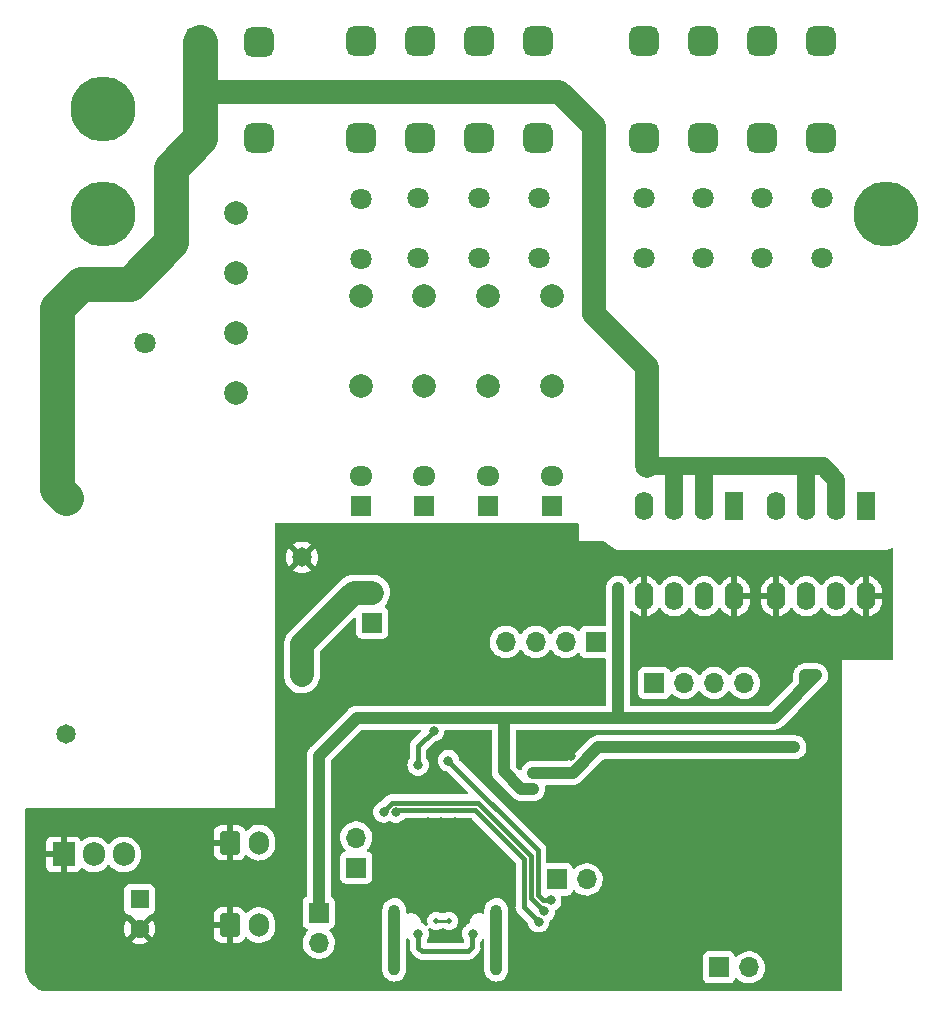
<source format=gbl>
G04 #@! TF.GenerationSoftware,KiCad,Pcbnew,(6.0.4)*
G04 #@! TF.CreationDate,2022-06-04T02:18:33+02:00*
G04 #@! TF.ProjectId,hamodule,68616d6f-6475-46c6-952e-6b696361645f,rev?*
G04 #@! TF.SameCoordinates,Original*
G04 #@! TF.FileFunction,Copper,L2,Bot*
G04 #@! TF.FilePolarity,Positive*
%FSLAX46Y46*%
G04 Gerber Fmt 4.6, Leading zero omitted, Abs format (unit mm)*
G04 Created by KiCad (PCBNEW (6.0.4)) date 2022-06-04 02:18:33*
%MOMM*%
%LPD*%
G01*
G04 APERTURE LIST*
G04 Aperture macros list*
%AMRoundRect*
0 Rectangle with rounded corners*
0 $1 Rounding radius*
0 $2 $3 $4 $5 $6 $7 $8 $9 X,Y pos of 4 corners*
0 Add a 4 corners polygon primitive as box body*
4,1,4,$2,$3,$4,$5,$6,$7,$8,$9,$2,$3,0*
0 Add four circle primitives for the rounded corners*
1,1,$1+$1,$2,$3*
1,1,$1+$1,$4,$5*
1,1,$1+$1,$6,$7*
1,1,$1+$1,$8,$9*
0 Add four rect primitives between the rounded corners*
20,1,$1+$1,$2,$3,$4,$5,0*
20,1,$1+$1,$4,$5,$6,$7,0*
20,1,$1+$1,$6,$7,$8,$9,0*
20,1,$1+$1,$8,$9,$2,$3,0*%
G04 Aperture macros list end*
G04 #@! TA.AperFunction,ComponentPad*
%ADD10C,1.800000*%
G04 #@! TD*
G04 #@! TA.AperFunction,ComponentPad*
%ADD11R,1.700000X1.700000*%
G04 #@! TD*
G04 #@! TA.AperFunction,ComponentPad*
%ADD12O,1.700000X1.700000*%
G04 #@! TD*
G04 #@! TA.AperFunction,ComponentPad*
%ADD13RoundRect,0.250000X-0.600000X-0.750000X0.600000X-0.750000X0.600000X0.750000X-0.600000X0.750000X0*%
G04 #@! TD*
G04 #@! TA.AperFunction,ComponentPad*
%ADD14O,1.700000X2.000000*%
G04 #@! TD*
G04 #@! TA.AperFunction,ComponentPad*
%ADD15R,1.650000X1.650000*%
G04 #@! TD*
G04 #@! TA.AperFunction,ComponentPad*
%ADD16C,1.650000*%
G04 #@! TD*
G04 #@! TA.AperFunction,ComponentPad*
%ADD17R,1.905000X2.000000*%
G04 #@! TD*
G04 #@! TA.AperFunction,ComponentPad*
%ADD18O,1.905000X2.000000*%
G04 #@! TD*
G04 #@! TA.AperFunction,ComponentPad*
%ADD19C,2.000000*%
G04 #@! TD*
G04 #@! TA.AperFunction,ComponentPad*
%ADD20O,1.950000X1.700000*%
G04 #@! TD*
G04 #@! TA.AperFunction,ComponentPad*
%ADD21RoundRect,0.625000X0.625000X0.625000X-0.625000X0.625000X-0.625000X-0.625000X0.625000X-0.625000X0*%
G04 #@! TD*
G04 #@! TA.AperFunction,ComponentPad*
%ADD22C,5.500000*%
G04 #@! TD*
G04 #@! TA.AperFunction,ComponentPad*
%ADD23R,1.600000X2.400000*%
G04 #@! TD*
G04 #@! TA.AperFunction,ComponentPad*
%ADD24O,1.600000X2.400000*%
G04 #@! TD*
G04 #@! TA.AperFunction,ComponentPad*
%ADD25O,1.000000X2.100000*%
G04 #@! TD*
G04 #@! TA.AperFunction,ComponentPad*
%ADD26O,1.000000X1.600000*%
G04 #@! TD*
G04 #@! TA.AperFunction,ComponentPad*
%ADD27R,1.600000X1.600000*%
G04 #@! TD*
G04 #@! TA.AperFunction,ComponentPad*
%ADD28C,1.600000*%
G04 #@! TD*
G04 #@! TA.AperFunction,SMDPad,CuDef*
%ADD29C,2.000000*%
G04 #@! TD*
G04 #@! TA.AperFunction,ViaPad*
%ADD30C,0.800000*%
G04 #@! TD*
G04 #@! TA.AperFunction,ViaPad*
%ADD31C,0.500000*%
G04 #@! TD*
G04 #@! TA.AperFunction,Conductor*
%ADD32C,1.000000*%
G04 #@! TD*
G04 #@! TA.AperFunction,Conductor*
%ADD33C,3.000000*%
G04 #@! TD*
G04 #@! TA.AperFunction,Conductor*
%ADD34C,2.000000*%
G04 #@! TD*
G04 #@! TA.AperFunction,Conductor*
%ADD35C,0.250000*%
G04 #@! TD*
G04 #@! TA.AperFunction,Conductor*
%ADD36C,0.400000*%
G04 #@! TD*
G04 #@! TA.AperFunction,Conductor*
%ADD37C,1.500000*%
G04 #@! TD*
G04 APERTURE END LIST*
G36*
X179371500Y-106711500D02*
G01*
X177371500Y-106711500D01*
X177371500Y-102711500D01*
X179371500Y-102711500D01*
X179371500Y-106711500D01*
G37*
D10*
X183070500Y-89090500D03*
X183070500Y-84010500D03*
X193128900Y-89090500D03*
X193128900Y-84010500D03*
X154100000Y-89180000D03*
X154100000Y-84100000D03*
X188099700Y-89090500D03*
X188099700Y-84010500D03*
X164100000Y-89140000D03*
X164100000Y-84060000D03*
X178092100Y-89090500D03*
X178092100Y-84010500D03*
X169200000Y-89140000D03*
X169200000Y-84060000D03*
X159000000Y-89140000D03*
X159000000Y-84060000D03*
D11*
X150558500Y-144538700D03*
D12*
X150558500Y-147078700D03*
D10*
X128386500Y-94623500D03*
X135886500Y-96256830D03*
D13*
X143009300Y-138603500D03*
D14*
X145509300Y-138603500D03*
D11*
X155080500Y-119965500D03*
D12*
X155080500Y-117425500D03*
D15*
X129136100Y-109443500D03*
D16*
X129136100Y-129443500D03*
X149136100Y-124443500D03*
X149136100Y-114443500D03*
D17*
X128960000Y-139600000D03*
D18*
X131500000Y-139600000D03*
X134040000Y-139600000D03*
D19*
X154100000Y-92300000D03*
X154100000Y-99920000D03*
D11*
X154100000Y-110080000D03*
D20*
X154100000Y-107540000D03*
D19*
X159500000Y-92300000D03*
X159500000Y-99920000D03*
D11*
X159500000Y-110080000D03*
D20*
X159500000Y-107540000D03*
D19*
X170300000Y-92300000D03*
X170300000Y-99920000D03*
D11*
X170300000Y-110080000D03*
D20*
X170300000Y-107540000D03*
D21*
X169146500Y-78953500D03*
X169146500Y-70753501D03*
X164146500Y-78953500D03*
X164146500Y-70753501D03*
X159146500Y-78953500D03*
X159146500Y-70753501D03*
X154146500Y-78953500D03*
X154146500Y-70753501D03*
X145500100Y-78977099D03*
X145500100Y-70777100D03*
X140500100Y-78977099D03*
X140500100Y-70777100D03*
X193106500Y-78913499D03*
X193106500Y-70713500D03*
X188106500Y-78913499D03*
X188106500Y-70713500D03*
X183106500Y-78913499D03*
X183106500Y-70713500D03*
X178106500Y-78913499D03*
X178106500Y-70713500D03*
D19*
X143546500Y-85283500D03*
X143536500Y-90363500D03*
D22*
X198564500Y-85407500D03*
X132270500Y-85407500D03*
D19*
X164900000Y-92300000D03*
X164900000Y-99920000D03*
D11*
X164900000Y-110080000D03*
D20*
X164900000Y-107540000D03*
D22*
X132256500Y-76503500D03*
D23*
X185751274Y-110118320D03*
D24*
X183211274Y-110118320D03*
X180671274Y-110118320D03*
X178131274Y-110118320D03*
X178131274Y-117738320D03*
X180671274Y-117738320D03*
X183211274Y-117738320D03*
X185751274Y-117738320D03*
D23*
X196927274Y-110118320D03*
D24*
X194387274Y-110118320D03*
X191847274Y-110118320D03*
X189307274Y-110118320D03*
X189307274Y-117738320D03*
X191847274Y-117738320D03*
X194387274Y-117738320D03*
X196927274Y-117738320D03*
D13*
X143009300Y-145580100D03*
D14*
X145509300Y-145580100D03*
D11*
X178955700Y-125082300D03*
D12*
X181495700Y-125082300D03*
X184035700Y-125082300D03*
X186575700Y-125082300D03*
D11*
X184442100Y-149161500D03*
D12*
X186982100Y-149161500D03*
D11*
X153733500Y-140708300D03*
D12*
X153733500Y-138168300D03*
D11*
X170700700Y-141719300D03*
D12*
X173240700Y-141719300D03*
D25*
X165593000Y-144870900D03*
D26*
X156953000Y-149050900D03*
D25*
X156953000Y-144870900D03*
D26*
X165593000Y-149050900D03*
D19*
X143546500Y-95413500D03*
X143536500Y-100493500D03*
D27*
X135400000Y-143400000D03*
D28*
X135400000Y-145900000D03*
D11*
X174000000Y-121600000D03*
D12*
X171460000Y-121600000D03*
X168920000Y-121600000D03*
X166380000Y-121600000D03*
D29*
X178371500Y-102711500D03*
X178371500Y-106711500D03*
D30*
X175900000Y-117000000D03*
X168719500Y-134048500D03*
X167703500Y-134048500D03*
X191731900Y-124421900D03*
X192671700Y-124432420D03*
X190836500Y-130523500D03*
X168700000Y-132700000D03*
D31*
X160503000Y-145224500D03*
X161607500Y-145224500D03*
D30*
X170192700Y-143497300D03*
X161536500Y-131663500D03*
X160296500Y-129123000D03*
X158966500Y-132033500D03*
X158983000Y-146300784D03*
X163600000Y-146300000D03*
X183172100Y-135851900D03*
X185407300Y-139712700D03*
X187337700Y-139712700D03*
X185559700Y-133311900D03*
X190500000Y-136766300D03*
X162116300Y-136856500D03*
X160926500Y-139103900D03*
X188400000Y-132270500D03*
X157356500Y-142843500D03*
X186500000Y-132270500D03*
X153800000Y-133100000D03*
X182181500Y-136740900D03*
X159786500Y-139103900D03*
X188201300Y-126403100D03*
X155106500Y-150003500D03*
X162106500Y-139173900D03*
X193856500Y-144343500D03*
X171912632Y-125487368D03*
X184518300Y-140652500D03*
X171500000Y-136300000D03*
X172212000Y-146812000D03*
X193865500Y-130644900D03*
X166738300Y-143116300D03*
X171900000Y-131300000D03*
X159796500Y-137999500D03*
X160922500Y-137974100D03*
X160922500Y-136856500D03*
X173228000Y-146812000D03*
X189600000Y-135826500D03*
X189600000Y-137700000D03*
X187490100Y-133311900D03*
X188277500Y-140652500D03*
X157612099Y-140708899D03*
X171196000Y-146812000D03*
X184600000Y-132270500D03*
X168100000Y-136100000D03*
X156324300Y-142862300D03*
X182181500Y-138620500D03*
X153826500Y-148833500D03*
X159804900Y-136881900D03*
X182181500Y-134861300D03*
X165773100Y-142811500D03*
X164021100Y-141900900D03*
X183172100Y-137731500D03*
X190500000Y-134900000D03*
X190500000Y-138700000D03*
X186397900Y-140652500D03*
X162090900Y-137948700D03*
X157083980Y-136013900D03*
X169176700Y-145300700D03*
X169659300Y-144411700D03*
X156066500Y-136005500D03*
D32*
X166226500Y-128143500D02*
X166346500Y-128023500D01*
X191731900Y-124421900D02*
X191731900Y-125372220D01*
X175900000Y-117000000D02*
X175900000Y-127900000D01*
X170596500Y-128023500D02*
X176023500Y-128023500D01*
X189080620Y-128023500D02*
X190423560Y-126680560D01*
X191731900Y-125372220D02*
X190423560Y-126680560D01*
X150558500Y-131231500D02*
X150558500Y-144538700D01*
X192671700Y-124432420D02*
X191742420Y-124432420D01*
X167703500Y-134048500D02*
X166226500Y-132571500D01*
X166226500Y-131334500D02*
X166226500Y-128143500D01*
X153766500Y-128023500D02*
X150558500Y-131231500D01*
X191742420Y-124432420D02*
X191731900Y-124421900D01*
X170596500Y-128023500D02*
X166346500Y-128023500D01*
X176023500Y-128023500D02*
X189080620Y-128023500D01*
X166226500Y-132571500D02*
X166226500Y-131334500D01*
X192671700Y-124432420D02*
X191731900Y-125372220D01*
X167703500Y-134048500D02*
X168719500Y-134048500D01*
X166346500Y-128023500D02*
X153766500Y-128023500D01*
X175900000Y-127900000D02*
X176023500Y-128023500D01*
D33*
X140500100Y-70777100D02*
X140500100Y-75018900D01*
X128386500Y-94623500D02*
X128386500Y-103303500D01*
X130469915Y-91267293D02*
X128386500Y-93350708D01*
X138020011Y-81457188D02*
X138020011Y-87789027D01*
D34*
X173824900Y-93814900D02*
X173824900Y-77963162D01*
D33*
X128386500Y-93350708D02*
X128386500Y-94623500D01*
D34*
X178371500Y-102711500D02*
X178371500Y-98361500D01*
X178371500Y-98361500D02*
X173824900Y-93814900D01*
D33*
X140500100Y-75018900D02*
X140500100Y-78977099D01*
X128386500Y-103303500D02*
X128386500Y-108693900D01*
X138020011Y-87789027D02*
X134541745Y-91267293D01*
D34*
X170880638Y-75018900D02*
X140500100Y-75018900D01*
D33*
X134541745Y-91267293D02*
X130469915Y-91267293D01*
D34*
X173824900Y-77963162D02*
X170880638Y-75018900D01*
D33*
X128386500Y-108693900D02*
X129136100Y-109443500D01*
X140500100Y-78977099D02*
X138020011Y-81457188D01*
D32*
X172054944Y-132700000D02*
X168700000Y-132700000D01*
X174231444Y-130523500D02*
X172054944Y-132700000D01*
X190836500Y-130523500D02*
X174231444Y-130523500D01*
D35*
X160503000Y-145224500D02*
X161607500Y-145224500D01*
D36*
X161536500Y-131663500D02*
X169125900Y-139252900D01*
X169583100Y-143497300D02*
X170192700Y-143497300D01*
X169125900Y-143040100D02*
X169583100Y-143497300D01*
X169125900Y-139252900D02*
X169125900Y-143040100D01*
X158966500Y-130453000D02*
X160296500Y-129123000D01*
X158966500Y-132033500D02*
X158966500Y-130453000D01*
X159300000Y-147800000D02*
X163200000Y-147800000D01*
X163200000Y-147800000D02*
X163543000Y-147457000D01*
X158983000Y-147483000D02*
X159300000Y-147800000D01*
X163543000Y-147457000D02*
X163543000Y-146300900D01*
X158983000Y-146300784D02*
X158983000Y-147483000D01*
D34*
X149136100Y-124443500D02*
X149136100Y-121810878D01*
X149136100Y-121810878D02*
X153521478Y-117425500D01*
X153521478Y-117425500D02*
X155080500Y-117425500D01*
D36*
X163774375Y-135818625D02*
X167926860Y-139971110D01*
X157083980Y-136013900D02*
X157279255Y-135818625D01*
X167926860Y-139971110D02*
X167926860Y-144050860D01*
X167926860Y-144050860D02*
X169176700Y-145300700D01*
X157279255Y-135818625D02*
X163774375Y-135818625D01*
D32*
X156953000Y-144870900D02*
X156953000Y-149050900D01*
X165593000Y-149050900D02*
X165593000Y-144870900D01*
D37*
X194387274Y-107887274D02*
X194387274Y-110118320D01*
X183211274Y-110118320D02*
X183211274Y-106811726D01*
X180671274Y-107028726D02*
X180988500Y-106711500D01*
X180988500Y-106711500D02*
X183311500Y-106711500D01*
X193211500Y-106711500D02*
X194387274Y-107887274D01*
X191988500Y-106711500D02*
X193211500Y-106711500D01*
X183311500Y-106711500D02*
X191988500Y-106711500D01*
X178371500Y-106711500D02*
X180988500Y-106711500D01*
X191847274Y-106852726D02*
X191988500Y-106711500D01*
X180671274Y-110118320D02*
X180671274Y-107028726D01*
X183211274Y-106811726D02*
X183311500Y-106711500D01*
X191847274Y-110118320D02*
X191847274Y-106852726D01*
D36*
X169598850Y-144360900D02*
X169710100Y-144360900D01*
X156066500Y-136005500D02*
X156066500Y-135900700D01*
X156752811Y-135214389D02*
X164017989Y-135214389D01*
X164017989Y-135214389D02*
X168526380Y-139722780D01*
X168526380Y-143288430D02*
X169649650Y-144411700D01*
X169649650Y-144411700D02*
X169659300Y-144411700D01*
X168526380Y-139722780D02*
X168526380Y-143288430D01*
X156066500Y-135900700D02*
X156752811Y-135214389D01*
G04 #@! TA.AperFunction,Conductor*
G36*
X172475261Y-111532776D02*
G01*
X172543369Y-111552822D01*
X172589828Y-111606507D01*
X172601177Y-111659719D01*
X172590444Y-113093500D01*
X172604241Y-113093494D01*
X172604243Y-113093494D01*
X174387997Y-113092663D01*
X174746211Y-113092496D01*
X174814341Y-113112466D01*
X174841000Y-113135417D01*
X174945464Y-113254536D01*
X175147763Y-113431947D01*
X175371488Y-113581435D01*
X175375187Y-113583259D01*
X175375192Y-113583262D01*
X175609116Y-113698620D01*
X175612811Y-113700442D01*
X175616709Y-113701765D01*
X175616711Y-113701766D01*
X175863693Y-113785606D01*
X175863697Y-113785607D01*
X175867603Y-113786933D01*
X175871647Y-113787737D01*
X175871653Y-113787739D01*
X176127461Y-113838622D01*
X176127464Y-113838622D01*
X176131504Y-113839426D01*
X176135616Y-113839696D01*
X176135620Y-113839696D01*
X176224486Y-113845520D01*
X176366529Y-113854830D01*
X176379188Y-113856306D01*
X176387448Y-113857696D01*
X176393941Y-113857775D01*
X176395140Y-113857790D01*
X176395143Y-113857790D01*
X176400000Y-113857849D01*
X176427624Y-113853893D01*
X176445486Y-113852620D01*
X198245610Y-113852620D01*
X198266520Y-113854367D01*
X198286302Y-113857696D01*
X198292578Y-113857772D01*
X198293989Y-113857790D01*
X198293993Y-113857790D01*
X198298854Y-113857849D01*
X198303671Y-113857159D01*
X198303674Y-113857159D01*
X198308996Y-113856397D01*
X198315878Y-113855604D01*
X198409440Y-113847422D01*
X198504823Y-113839081D01*
X198704534Y-113785575D01*
X198709515Y-113783252D01*
X198709519Y-113783251D01*
X198859458Y-113713338D01*
X198891920Y-113698202D01*
X198991559Y-113628437D01*
X199058834Y-113605750D01*
X199127694Y-113623036D01*
X199176277Y-113674807D01*
X199189828Y-113731521D01*
X199199370Y-123000370D01*
X199179438Y-123068512D01*
X199125830Y-123115060D01*
X199073370Y-123126500D01*
X194881500Y-123126500D01*
X194881500Y-151067317D01*
X194861498Y-151135438D01*
X194807842Y-151181931D01*
X194755506Y-151193317D01*
X161839100Y-151195000D01*
X127748118Y-151195000D01*
X127728635Y-151193485D01*
X127714044Y-151191201D01*
X127714042Y-151191201D01*
X127705180Y-151189814D01*
X127689176Y-151191894D01*
X127688890Y-151191931D01*
X127664317Y-151192706D01*
X127441857Y-151177957D01*
X127425526Y-151175795D01*
X127181001Y-151126981D01*
X127165092Y-151122707D01*
X126929019Y-151042408D01*
X126913813Y-151036100D01*
X126690226Y-150925683D01*
X126675966Y-150917440D01*
X126468703Y-150778804D01*
X126455638Y-150768770D01*
X126268224Y-150604270D01*
X126256598Y-150592634D01*
X126092250Y-150405094D01*
X126082227Y-150392024D01*
X126043931Y-150334673D01*
X125943751Y-150184647D01*
X125935521Y-150170383D01*
X125911585Y-150121816D01*
X125825288Y-149946722D01*
X125818987Y-149931502D01*
X125738872Y-149695365D01*
X125734611Y-149679453D01*
X125711179Y-149561594D01*
X125685987Y-149434882D01*
X125683839Y-149418555D01*
X125683356Y-149411173D01*
X125682668Y-149400669D01*
X155944500Y-149400669D01*
X155944800Y-149403725D01*
X155944800Y-149403732D01*
X155950537Y-149462240D01*
X155958920Y-149547733D01*
X156016084Y-149737069D01*
X156108934Y-149911696D01*
X156137501Y-149946722D01*
X156230040Y-150060187D01*
X156230043Y-150060190D01*
X156233935Y-150064962D01*
X156238682Y-150068889D01*
X156238684Y-150068891D01*
X156381575Y-150187101D01*
X156381579Y-150187103D01*
X156386325Y-150191030D01*
X156560299Y-150285098D01*
X156749232Y-150343582D01*
X156755357Y-150344226D01*
X156755358Y-150344226D01*
X156939796Y-150363611D01*
X156939798Y-150363611D01*
X156945925Y-150364255D01*
X157028424Y-150356747D01*
X157136749Y-150346889D01*
X157136752Y-150346888D01*
X157142888Y-150346330D01*
X157148794Y-150344592D01*
X157148798Y-150344591D01*
X157253924Y-150313651D01*
X157332619Y-150290490D01*
X157338077Y-150287637D01*
X157338081Y-150287635D01*
X157428853Y-150240180D01*
X157507890Y-150198860D01*
X157662025Y-150074932D01*
X157789154Y-149923426D01*
X157792121Y-149918028D01*
X157792125Y-149918023D01*
X157881467Y-149755508D01*
X157884433Y-149750113D01*
X157886846Y-149742508D01*
X157942373Y-149567464D01*
X157942373Y-149567463D01*
X157944235Y-149561594D01*
X157961500Y-149407673D01*
X157961500Y-146818731D01*
X157981502Y-146750610D01*
X158035158Y-146704117D01*
X158105432Y-146694013D01*
X158170012Y-146723507D01*
X158196619Y-146755731D01*
X158238579Y-146828407D01*
X158243960Y-146837728D01*
X158248379Y-146842636D01*
X158250436Y-146845467D01*
X158274295Y-146912335D01*
X158274500Y-146919528D01*
X158274500Y-147454088D01*
X158274208Y-147462658D01*
X158271030Y-147509281D01*
X158270275Y-147520352D01*
X158271580Y-147527829D01*
X158271580Y-147527830D01*
X158281261Y-147583299D01*
X158282223Y-147589821D01*
X158289898Y-147653242D01*
X158292581Y-147660343D01*
X158293222Y-147662952D01*
X158297685Y-147679262D01*
X158298450Y-147681798D01*
X158299757Y-147689284D01*
X158319705Y-147734725D01*
X158325442Y-147747795D01*
X158327935Y-147753904D01*
X158347356Y-147805300D01*
X158350513Y-147813656D01*
X158354817Y-147819919D01*
X158356054Y-147822285D01*
X158364299Y-147837097D01*
X158365632Y-147839351D01*
X158368685Y-147846305D01*
X158397448Y-147883788D01*
X158407579Y-147896991D01*
X158411459Y-147902332D01*
X158443339Y-147948720D01*
X158443344Y-147948725D01*
X158447643Y-147954981D01*
X158453313Y-147960032D01*
X158453314Y-147960034D01*
X158494170Y-147996435D01*
X158499446Y-148001416D01*
X158778550Y-148280520D01*
X158784404Y-148286785D01*
X158822439Y-148330385D01*
X158849440Y-148349361D01*
X158874697Y-148367112D01*
X158879993Y-148371045D01*
X158930282Y-148410477D01*
X158937204Y-148413602D01*
X158939452Y-148414964D01*
X158954185Y-148423368D01*
X158956524Y-148424622D01*
X158962739Y-148428990D01*
X158969815Y-148431749D01*
X158969819Y-148431751D01*
X159022269Y-148452200D01*
X159028334Y-148454749D01*
X159086573Y-148481045D01*
X159094038Y-148482429D01*
X159096582Y-148483226D01*
X159112848Y-148487859D01*
X159115428Y-148488521D01*
X159122509Y-148491282D01*
X159130042Y-148492274D01*
X159130043Y-148492274D01*
X159143261Y-148494014D01*
X159185857Y-148499622D01*
X159192355Y-148500650D01*
X159255187Y-148512296D01*
X159262767Y-148511859D01*
X159262768Y-148511859D01*
X159317398Y-148508709D01*
X159324651Y-148508500D01*
X163171088Y-148508500D01*
X163179658Y-148508792D01*
X163229776Y-148512209D01*
X163229780Y-148512209D01*
X163237352Y-148512725D01*
X163244829Y-148511420D01*
X163244830Y-148511420D01*
X163271308Y-148506799D01*
X163300303Y-148501738D01*
X163306821Y-148500777D01*
X163370242Y-148493102D01*
X163377343Y-148490419D01*
X163379952Y-148489778D01*
X163396262Y-148485315D01*
X163398798Y-148484550D01*
X163406284Y-148483243D01*
X163464800Y-148457556D01*
X163470904Y-148455065D01*
X163475319Y-148453397D01*
X163498563Y-148444614D01*
X163523548Y-148435173D01*
X163523549Y-148435172D01*
X163530656Y-148432487D01*
X163536919Y-148428183D01*
X163539285Y-148426946D01*
X163554097Y-148418701D01*
X163556351Y-148417368D01*
X163563305Y-148414315D01*
X163614002Y-148375413D01*
X163619332Y-148371541D01*
X163665720Y-148339661D01*
X163665725Y-148339656D01*
X163671981Y-148335357D01*
X163713435Y-148288830D01*
X163718416Y-148283554D01*
X164023535Y-147978436D01*
X164029800Y-147972583D01*
X164067664Y-147939552D01*
X164067665Y-147939551D01*
X164073385Y-147934561D01*
X164110136Y-147882271D01*
X164114028Y-147877029D01*
X164153476Y-147826718D01*
X164156600Y-147819799D01*
X164157988Y-147817507D01*
X164166367Y-147802816D01*
X164167621Y-147800476D01*
X164171990Y-147794261D01*
X164187725Y-147753904D01*
X164195202Y-147734725D01*
X164197759Y-147728642D01*
X164211722Y-147697720D01*
X164224045Y-147670427D01*
X164225430Y-147662954D01*
X164226234Y-147660388D01*
X164230855Y-147644165D01*
X164231520Y-147641573D01*
X164234282Y-147634491D01*
X164242622Y-147571139D01*
X164243654Y-147564623D01*
X164253911Y-147509281D01*
X164255295Y-147501814D01*
X164251709Y-147439620D01*
X164251500Y-147432367D01*
X164251500Y-146982533D01*
X164271502Y-146914412D01*
X164283858Y-146898230D01*
X164339040Y-146836944D01*
X164342339Y-146831231D01*
X164342342Y-146831226D01*
X164349381Y-146819033D01*
X164400764Y-146770040D01*
X164470477Y-146756604D01*
X164536388Y-146782991D01*
X164577570Y-146840823D01*
X164584500Y-146882033D01*
X164584500Y-149400669D01*
X164584800Y-149403725D01*
X164584800Y-149403732D01*
X164590537Y-149462240D01*
X164598920Y-149547733D01*
X164656084Y-149737069D01*
X164748934Y-149911696D01*
X164777501Y-149946722D01*
X164870040Y-150060187D01*
X164870043Y-150060190D01*
X164873935Y-150064962D01*
X164878682Y-150068889D01*
X164878684Y-150068891D01*
X165021575Y-150187101D01*
X165021579Y-150187103D01*
X165026325Y-150191030D01*
X165200299Y-150285098D01*
X165389232Y-150343582D01*
X165395357Y-150344226D01*
X165395358Y-150344226D01*
X165579796Y-150363611D01*
X165579798Y-150363611D01*
X165585925Y-150364255D01*
X165668424Y-150356747D01*
X165776749Y-150346889D01*
X165776752Y-150346888D01*
X165782888Y-150346330D01*
X165788794Y-150344592D01*
X165788798Y-150344591D01*
X165893924Y-150313651D01*
X165972619Y-150290490D01*
X165978077Y-150287637D01*
X165978081Y-150287635D01*
X166068853Y-150240180D01*
X166147890Y-150198860D01*
X166302025Y-150074932D01*
X166314862Y-150059634D01*
X183083600Y-150059634D01*
X183090355Y-150121816D01*
X183141485Y-150258205D01*
X183228839Y-150374761D01*
X183345395Y-150462115D01*
X183481784Y-150513245D01*
X183543966Y-150520000D01*
X185340234Y-150520000D01*
X185402416Y-150513245D01*
X185538805Y-150462115D01*
X185655361Y-150374761D01*
X185742715Y-150258205D01*
X185764899Y-150199029D01*
X185786698Y-150140882D01*
X185829340Y-150084118D01*
X185895902Y-150059418D01*
X185965250Y-150074626D01*
X185999917Y-150102614D01*
X186028350Y-150135438D01*
X186200226Y-150278132D01*
X186393100Y-150390838D01*
X186601792Y-150470530D01*
X186606860Y-150471561D01*
X186606863Y-150471562D01*
X186714117Y-150493383D01*
X186820697Y-150515067D01*
X186825872Y-150515257D01*
X186825874Y-150515257D01*
X187038773Y-150523064D01*
X187038777Y-150523064D01*
X187043937Y-150523253D01*
X187049057Y-150522597D01*
X187049059Y-150522597D01*
X187260388Y-150495525D01*
X187260389Y-150495525D01*
X187265516Y-150494868D01*
X187270466Y-150493383D01*
X187474529Y-150432161D01*
X187474534Y-150432159D01*
X187479484Y-150430674D01*
X187680094Y-150332396D01*
X187861960Y-150202673D01*
X187865787Y-150198860D01*
X188005716Y-150059418D01*
X188020196Y-150044989D01*
X188150553Y-149863577D01*
X188249530Y-149663311D01*
X188314470Y-149449569D01*
X188343629Y-149228090D01*
X188344714Y-149183699D01*
X188345174Y-149164865D01*
X188345174Y-149164861D01*
X188345256Y-149161500D01*
X188326952Y-148938861D01*
X188272531Y-148722202D01*
X188183454Y-148517340D01*
X188126298Y-148428990D01*
X188064922Y-148334117D01*
X188064920Y-148334114D01*
X188062114Y-148329777D01*
X187911770Y-148164551D01*
X187907719Y-148161352D01*
X187907715Y-148161348D01*
X187740514Y-148029300D01*
X187740510Y-148029298D01*
X187736459Y-148026098D01*
X187691748Y-148001416D01*
X187650119Y-147978436D01*
X187540889Y-147918138D01*
X187536020Y-147916414D01*
X187536016Y-147916412D01*
X187335187Y-147845295D01*
X187335183Y-147845294D01*
X187330312Y-147843569D01*
X187325219Y-147842662D01*
X187325216Y-147842661D01*
X187115473Y-147805300D01*
X187115467Y-147805299D01*
X187110384Y-147804394D01*
X187036552Y-147803492D01*
X186892181Y-147801728D01*
X186892179Y-147801728D01*
X186887011Y-147801665D01*
X186666191Y-147835455D01*
X186453856Y-147904857D01*
X186423543Y-147920637D01*
X186277937Y-147996435D01*
X186255707Y-148008007D01*
X186251574Y-148011110D01*
X186251571Y-148011112D01*
X186106715Y-148119873D01*
X186077065Y-148142135D01*
X186020637Y-148201184D01*
X185996383Y-148226564D01*
X185934859Y-148261994D01*
X185863946Y-148258537D01*
X185806160Y-148217291D01*
X185787307Y-148183743D01*
X185745867Y-148073203D01*
X185742715Y-148064795D01*
X185655361Y-147948239D01*
X185538805Y-147860885D01*
X185402416Y-147809755D01*
X185340234Y-147803000D01*
X183543966Y-147803000D01*
X183481784Y-147809755D01*
X183345395Y-147860885D01*
X183228839Y-147948239D01*
X183141485Y-148064795D01*
X183090355Y-148201184D01*
X183083600Y-148263366D01*
X183083600Y-150059634D01*
X166314862Y-150059634D01*
X166429154Y-149923426D01*
X166432121Y-149918028D01*
X166432125Y-149918023D01*
X166521467Y-149755508D01*
X166524433Y-149750113D01*
X166526846Y-149742508D01*
X166582373Y-149567464D01*
X166582373Y-149567463D01*
X166584235Y-149561594D01*
X166601500Y-149407673D01*
X166601500Y-144271131D01*
X166600814Y-144264127D01*
X166591276Y-144166860D01*
X166587080Y-144124067D01*
X166578513Y-144095690D01*
X166531697Y-143940631D01*
X166529916Y-143934731D01*
X166437066Y-143760104D01*
X166339573Y-143640566D01*
X166315960Y-143611613D01*
X166315957Y-143611610D01*
X166312065Y-143606838D01*
X166305724Y-143601592D01*
X166164425Y-143484699D01*
X166164421Y-143484697D01*
X166159675Y-143480770D01*
X165985701Y-143386702D01*
X165796768Y-143328218D01*
X165790643Y-143327574D01*
X165790642Y-143327574D01*
X165606204Y-143308189D01*
X165606202Y-143308189D01*
X165600075Y-143307545D01*
X165529861Y-143313935D01*
X165409251Y-143324911D01*
X165409248Y-143324912D01*
X165403112Y-143325470D01*
X165397206Y-143327208D01*
X165397202Y-143327209D01*
X165292076Y-143358149D01*
X165213381Y-143381310D01*
X165207923Y-143384163D01*
X165207919Y-143384165D01*
X165117147Y-143431620D01*
X165038110Y-143472940D01*
X164883975Y-143596868D01*
X164756846Y-143748374D01*
X164753879Y-143753772D01*
X164753875Y-143753777D01*
X164750397Y-143760104D01*
X164661567Y-143921687D01*
X164659706Y-143927554D01*
X164659705Y-143927556D01*
X164611992Y-144077965D01*
X164601765Y-144110206D01*
X164584500Y-144264127D01*
X164584500Y-144483762D01*
X164564498Y-144551883D01*
X164510842Y-144598376D01*
X164440568Y-144608480D01*
X164431014Y-144606728D01*
X164312370Y-144580208D01*
X164256457Y-144567710D01*
X164250912Y-144567400D01*
X164117756Y-144567400D01*
X163982963Y-144582043D01*
X163864810Y-144621806D01*
X163817796Y-144637628D01*
X163817794Y-144637629D01*
X163811325Y-144639806D01*
X163656095Y-144733077D01*
X163651138Y-144737765D01*
X163651135Y-144737767D01*
X163529473Y-144852818D01*
X163524515Y-144857507D01*
X163520683Y-144863145D01*
X163520680Y-144863149D01*
X163462578Y-144948644D01*
X163422723Y-145007288D01*
X163355470Y-145175434D01*
X163354356Y-145182162D01*
X163354355Y-145182166D01*
X163330553Y-145325944D01*
X163325892Y-145354098D01*
X163325918Y-145354595D01*
X163302960Y-145419206D01*
X163252175Y-145460385D01*
X163149281Y-145506195D01*
X163149274Y-145506199D01*
X163143248Y-145508882D01*
X162988747Y-145621134D01*
X162984326Y-145626044D01*
X162984325Y-145626045D01*
X162899730Y-145719998D01*
X162860960Y-145763056D01*
X162765473Y-145928444D01*
X162706458Y-146110072D01*
X162705768Y-146116633D01*
X162705768Y-146116635D01*
X162696039Y-146209200D01*
X162686496Y-146300000D01*
X162687186Y-146306565D01*
X162705342Y-146479306D01*
X162706458Y-146489928D01*
X162765473Y-146671556D01*
X162768776Y-146677278D01*
X162768777Y-146677279D01*
X162817619Y-146761875D01*
X162834500Y-146824875D01*
X162834500Y-146965500D01*
X162814498Y-147033621D01*
X162760842Y-147080114D01*
X162708500Y-147091500D01*
X159817500Y-147091500D01*
X159749379Y-147071498D01*
X159702886Y-147017842D01*
X159691500Y-146965500D01*
X159691500Y-146919528D01*
X159711502Y-146851407D01*
X159715564Y-146845467D01*
X159717621Y-146842636D01*
X159722040Y-146837728D01*
X159725794Y-146831226D01*
X159814223Y-146678063D01*
X159814224Y-146678062D01*
X159817527Y-146672340D01*
X159876542Y-146490712D01*
X159886794Y-146393175D01*
X159895814Y-146307349D01*
X159896504Y-146300784D01*
X159890849Y-146246977D01*
X159877232Y-146117419D01*
X159877232Y-146117417D01*
X159876542Y-146110856D01*
X159826154Y-145955779D01*
X159824126Y-145884813D01*
X159860789Y-145824015D01*
X159924501Y-145792690D01*
X159995035Y-145800782D01*
X160015917Y-145813454D01*
X160016455Y-145812632D01*
X160148238Y-145898868D01*
X160158846Y-145905810D01*
X160165450Y-145908266D01*
X160165452Y-145908267D01*
X160221815Y-145929228D01*
X160318341Y-145965126D01*
X160487015Y-145987632D01*
X160494026Y-145986994D01*
X160494030Y-145986994D01*
X160649462Y-145972848D01*
X160656483Y-145972209D01*
X160663185Y-145970031D01*
X160663187Y-145970031D01*
X160811623Y-145921801D01*
X160811626Y-145921800D01*
X160818322Y-145919624D01*
X160824373Y-145916017D01*
X160824375Y-145916016D01*
X160891887Y-145875771D01*
X160956404Y-145858000D01*
X161152723Y-145858000D01*
X161221716Y-145878568D01*
X161252738Y-145898868D01*
X161263346Y-145905810D01*
X161269950Y-145908266D01*
X161269952Y-145908267D01*
X161326315Y-145929228D01*
X161422841Y-145965126D01*
X161591515Y-145987632D01*
X161598526Y-145986994D01*
X161598530Y-145986994D01*
X161753962Y-145972848D01*
X161760983Y-145972209D01*
X161767685Y-145970031D01*
X161767687Y-145970031D01*
X161916123Y-145921801D01*
X161916126Y-145921800D01*
X161922822Y-145919624D01*
X162068990Y-145832490D01*
X162074084Y-145827639D01*
X162074088Y-145827636D01*
X162161094Y-145744781D01*
X162192221Y-145715139D01*
X162220713Y-145672256D01*
X162245196Y-145635405D01*
X162286391Y-145573402D01*
X162346819Y-145414325D01*
X162370501Y-145245813D01*
X162370618Y-145237464D01*
X162370744Y-145228461D01*
X162370744Y-145228455D01*
X162370799Y-145224500D01*
X162351831Y-145055392D01*
X162295868Y-144894689D01*
X162289883Y-144885110D01*
X162229452Y-144788403D01*
X162205692Y-144750379D01*
X162085786Y-144629632D01*
X162069539Y-144619321D01*
X162010798Y-144582043D01*
X161942108Y-144538451D01*
X161781800Y-144481368D01*
X161612829Y-144461220D01*
X161605826Y-144461956D01*
X161605825Y-144461956D01*
X161450601Y-144478270D01*
X161450597Y-144478271D01*
X161443593Y-144479007D01*
X161282503Y-144533846D01*
X161219968Y-144572318D01*
X161153948Y-144591000D01*
X160957018Y-144591000D01*
X160889506Y-144571387D01*
X160837608Y-144538451D01*
X160677300Y-144481368D01*
X160508329Y-144461220D01*
X160501326Y-144461956D01*
X160501325Y-144461956D01*
X160346101Y-144478270D01*
X160346097Y-144478271D01*
X160339093Y-144479007D01*
X160332422Y-144481278D01*
X160184673Y-144531575D01*
X160184670Y-144531576D01*
X160178003Y-144533846D01*
X160172005Y-144537536D01*
X160172003Y-144537537D01*
X160039065Y-144619321D01*
X160039063Y-144619323D01*
X160033066Y-144623012D01*
X159911486Y-144742073D01*
X159907675Y-144747987D01*
X159907673Y-144747989D01*
X159874826Y-144798957D01*
X159819304Y-144885110D01*
X159761103Y-145045016D01*
X159739775Y-145213843D01*
X159756381Y-145383199D01*
X159776584Y-145443930D01*
X159788986Y-145481213D01*
X159791509Y-145552165D01*
X159755272Y-145613217D01*
X159691780Y-145644987D01*
X159621192Y-145637386D01*
X159595016Y-145620868D01*
X159594253Y-145621918D01*
X159445094Y-145513547D01*
X159445093Y-145513546D01*
X159439752Y-145509666D01*
X159433726Y-145506983D01*
X159433719Y-145506979D01*
X159288723Y-145442424D01*
X159234627Y-145396444D01*
X159214144Y-145333911D01*
X159213428Y-145320235D01*
X159210630Y-145266853D01*
X159203748Y-145241866D01*
X159164352Y-145098841D01*
X159162539Y-145092259D01*
X159078078Y-144932064D01*
X159073673Y-144926851D01*
X159073670Y-144926847D01*
X158965594Y-144798957D01*
X158965590Y-144798953D01*
X158961187Y-144793743D01*
X158953996Y-144788245D01*
X158822743Y-144687894D01*
X158822739Y-144687891D01*
X158817322Y-144683750D01*
X158711982Y-144634629D01*
X158659369Y-144610095D01*
X158659366Y-144610094D01*
X158653192Y-144607215D01*
X158646544Y-144605729D01*
X158646541Y-144605728D01*
X158519184Y-144577261D01*
X158476457Y-144567710D01*
X158470912Y-144567400D01*
X158337756Y-144567400D01*
X158202963Y-144582043D01*
X158127688Y-144607376D01*
X158056747Y-144610146D01*
X157995568Y-144574123D01*
X157963577Y-144510742D01*
X157961500Y-144487957D01*
X157961500Y-144271131D01*
X157960814Y-144264127D01*
X157951276Y-144166860D01*
X157947080Y-144124067D01*
X157938513Y-144095690D01*
X157891697Y-143940631D01*
X157889916Y-143934731D01*
X157797066Y-143760104D01*
X157699573Y-143640566D01*
X157675960Y-143611613D01*
X157675957Y-143611610D01*
X157672065Y-143606838D01*
X157665724Y-143601592D01*
X157524425Y-143484699D01*
X157524421Y-143484697D01*
X157519675Y-143480770D01*
X157345701Y-143386702D01*
X157156768Y-143328218D01*
X157150643Y-143327574D01*
X157150642Y-143327574D01*
X156966204Y-143308189D01*
X156966202Y-143308189D01*
X156960075Y-143307545D01*
X156889861Y-143313935D01*
X156769251Y-143324911D01*
X156769248Y-143324912D01*
X156763112Y-143325470D01*
X156757206Y-143327208D01*
X156757202Y-143327209D01*
X156652076Y-143358149D01*
X156573381Y-143381310D01*
X156567923Y-143384163D01*
X156567919Y-143384165D01*
X156477147Y-143431620D01*
X156398110Y-143472940D01*
X156243975Y-143596868D01*
X156116846Y-143748374D01*
X156113879Y-143753772D01*
X156113875Y-143753777D01*
X156110397Y-143760104D01*
X156021567Y-143921687D01*
X156019706Y-143927554D01*
X156019705Y-143927556D01*
X155971992Y-144077965D01*
X155961765Y-144110206D01*
X155944500Y-144264127D01*
X155944500Y-149400669D01*
X125682668Y-149400669D01*
X125669974Y-149206906D01*
X125671149Y-149183727D01*
X125670833Y-149183699D01*
X125671267Y-149178859D01*
X125672076Y-149174052D01*
X125672229Y-149161500D01*
X125668273Y-149133876D01*
X125667000Y-149116014D01*
X125667000Y-146986062D01*
X134678493Y-146986062D01*
X134687789Y-146998077D01*
X134738994Y-147033931D01*
X134748489Y-147039414D01*
X134945947Y-147131490D01*
X134956239Y-147135236D01*
X135166688Y-147191625D01*
X135177481Y-147193528D01*
X135394525Y-147212517D01*
X135405475Y-147212517D01*
X135622519Y-147193528D01*
X135633312Y-147191625D01*
X135843761Y-147135236D01*
X135854053Y-147131490D01*
X136051511Y-147039414D01*
X136061006Y-147033931D01*
X136113048Y-146997491D01*
X136121424Y-146987012D01*
X136114356Y-146973566D01*
X135412812Y-146272022D01*
X135398868Y-146264408D01*
X135397035Y-146264539D01*
X135390420Y-146268790D01*
X134684923Y-146974287D01*
X134678493Y-146986062D01*
X125667000Y-146986062D01*
X125667000Y-145905475D01*
X134087483Y-145905475D01*
X134106472Y-146122519D01*
X134108375Y-146133312D01*
X134164764Y-146343761D01*
X134168510Y-146354053D01*
X134260586Y-146551511D01*
X134266069Y-146561006D01*
X134302509Y-146613048D01*
X134312988Y-146621424D01*
X134326434Y-146614356D01*
X135027978Y-145912812D01*
X135034356Y-145901132D01*
X135764408Y-145901132D01*
X135764539Y-145902965D01*
X135768790Y-145909580D01*
X136474287Y-146615077D01*
X136486062Y-146621507D01*
X136498077Y-146612211D01*
X136533931Y-146561006D01*
X136539414Y-146551511D01*
X136620699Y-146377195D01*
X141651301Y-146377195D01*
X141651638Y-146383714D01*
X141661557Y-146479306D01*
X141664449Y-146492700D01*
X141715888Y-146646884D01*
X141722061Y-146660062D01*
X141807363Y-146797907D01*
X141816399Y-146809308D01*
X141931129Y-146923839D01*
X141942540Y-146932851D01*
X142080543Y-147017916D01*
X142093724Y-147024063D01*
X142248010Y-147075238D01*
X142261386Y-147078105D01*
X142355738Y-147087772D01*
X142362154Y-147088100D01*
X142737185Y-147088100D01*
X142752424Y-147083625D01*
X142753629Y-147082235D01*
X142755300Y-147074552D01*
X142755300Y-147069984D01*
X143263300Y-147069984D01*
X143267775Y-147085223D01*
X143269165Y-147086428D01*
X143276848Y-147088099D01*
X143656395Y-147088099D01*
X143662914Y-147087762D01*
X143758506Y-147077843D01*
X143771900Y-147074951D01*
X143926084Y-147023512D01*
X143939262Y-147017339D01*
X144077107Y-146932037D01*
X144088508Y-146923001D01*
X144203039Y-146808271D01*
X144212053Y-146796857D01*
X144298023Y-146657387D01*
X144350795Y-146609893D01*
X144420866Y-146598469D01*
X144485990Y-146626743D01*
X144496449Y-146636526D01*
X144605876Y-146751235D01*
X144790842Y-146888854D01*
X144795593Y-146891270D01*
X144795597Y-146891272D01*
X144851173Y-146919528D01*
X144996351Y-146993340D01*
X145001445Y-146994922D01*
X145001448Y-146994923D01*
X145144732Y-147039414D01*
X145216527Y-147061707D01*
X145221816Y-147062408D01*
X145439789Y-147091298D01*
X145439794Y-147091298D01*
X145445074Y-147091998D01*
X145450403Y-147091798D01*
X145450405Y-147091798D01*
X145560266Y-147087673D01*
X145675458Y-147083349D01*
X145680768Y-147082235D01*
X145831774Y-147050551D01*
X145856348Y-147045395D01*
X149195751Y-147045395D01*
X149196048Y-147050548D01*
X149196048Y-147050551D01*
X149201511Y-147145290D01*
X149208610Y-147268415D01*
X149209747Y-147273461D01*
X149209748Y-147273467D01*
X149229619Y-147361639D01*
X149257722Y-147486339D01*
X149295961Y-147580511D01*
X149329437Y-147662952D01*
X149341766Y-147693316D01*
X149375151Y-147747795D01*
X149447753Y-147866271D01*
X149458487Y-147883788D01*
X149604750Y-148052638D01*
X149776626Y-148195332D01*
X149969500Y-148308038D01*
X149974325Y-148309880D01*
X149974326Y-148309881D01*
X150026429Y-148329777D01*
X150178192Y-148387730D01*
X150183260Y-148388761D01*
X150183263Y-148388762D01*
X150266964Y-148405791D01*
X150397097Y-148432267D01*
X150402272Y-148432457D01*
X150402274Y-148432457D01*
X150615173Y-148440264D01*
X150615177Y-148440264D01*
X150620337Y-148440453D01*
X150625457Y-148439797D01*
X150625459Y-148439797D01*
X150836788Y-148412725D01*
X150836789Y-148412725D01*
X150841916Y-148412068D01*
X150847219Y-148410477D01*
X151050929Y-148349361D01*
X151050934Y-148349359D01*
X151055884Y-148347874D01*
X151256494Y-148249596D01*
X151438360Y-148119873D01*
X151596596Y-147962189D01*
X151601776Y-147954981D01*
X151723935Y-147784977D01*
X151726953Y-147780777D01*
X151740235Y-147753904D01*
X151823636Y-147585153D01*
X151823637Y-147585151D01*
X151825930Y-147580511D01*
X151868736Y-147439620D01*
X151889365Y-147371723D01*
X151889365Y-147371721D01*
X151890870Y-147366769D01*
X151920029Y-147145290D01*
X151921348Y-147091298D01*
X151921574Y-147082065D01*
X151921574Y-147082061D01*
X151921656Y-147078700D01*
X151903352Y-146856061D01*
X151848931Y-146639402D01*
X151759854Y-146434540D01*
X151701126Y-146343761D01*
X151641322Y-146251317D01*
X151641320Y-146251314D01*
X151638514Y-146246977D01*
X151635032Y-146243150D01*
X151491298Y-146085188D01*
X151460246Y-146021342D01*
X151468641Y-145950843D01*
X151513817Y-145896075D01*
X151540261Y-145882406D01*
X151646797Y-145842467D01*
X151655205Y-145839315D01*
X151771761Y-145751961D01*
X151859115Y-145635405D01*
X151910245Y-145499016D01*
X151917000Y-145436834D01*
X151917000Y-143640566D01*
X151910245Y-143578384D01*
X151859115Y-143441995D01*
X151771761Y-143325439D01*
X151655205Y-143238085D01*
X151646796Y-143234933D01*
X151638925Y-143230623D01*
X151639836Y-143228959D01*
X151592010Y-143193037D01*
X151567307Y-143126476D01*
X151567000Y-143117691D01*
X151567000Y-138134995D01*
X152370751Y-138134995D01*
X152371048Y-138140148D01*
X152371048Y-138140151D01*
X152380955Y-138311975D01*
X152383610Y-138358015D01*
X152384747Y-138363061D01*
X152384748Y-138363067D01*
X152392682Y-138398270D01*
X152432722Y-138575939D01*
X152469658Y-138666901D01*
X152499123Y-138739465D01*
X152516766Y-138782916D01*
X152633487Y-138973388D01*
X152779750Y-139142238D01*
X152783730Y-139145542D01*
X152788481Y-139149487D01*
X152828116Y-139208390D01*
X152829613Y-139279371D01*
X152792497Y-139339893D01*
X152752224Y-139364412D01*
X152636795Y-139407685D01*
X152520239Y-139495039D01*
X152432885Y-139611595D01*
X152381755Y-139747984D01*
X152375000Y-139810166D01*
X152375000Y-141606434D01*
X152381755Y-141668616D01*
X152432885Y-141805005D01*
X152520239Y-141921561D01*
X152636795Y-142008915D01*
X152773184Y-142060045D01*
X152835366Y-142066800D01*
X154631634Y-142066800D01*
X154693816Y-142060045D01*
X154830205Y-142008915D01*
X154946761Y-141921561D01*
X155034115Y-141805005D01*
X155085245Y-141668616D01*
X155092000Y-141606434D01*
X155092000Y-139810166D01*
X155085245Y-139747984D01*
X155034115Y-139611595D01*
X154946761Y-139495039D01*
X154830205Y-139407685D01*
X154817632Y-139402972D01*
X154711703Y-139363260D01*
X154654939Y-139320618D01*
X154630239Y-139254056D01*
X154645447Y-139184708D01*
X154666993Y-139156027D01*
X154719781Y-139103423D01*
X154771596Y-139051789D01*
X154775548Y-139046290D01*
X154893739Y-138881808D01*
X154901953Y-138870377D01*
X154904871Y-138864474D01*
X154998636Y-138674753D01*
X154998637Y-138674751D01*
X155000930Y-138670111D01*
X155065870Y-138456369D01*
X155095029Y-138234890D01*
X155095171Y-138229091D01*
X155096574Y-138171665D01*
X155096574Y-138171661D01*
X155096656Y-138168300D01*
X155078352Y-137945661D01*
X155023931Y-137729002D01*
X154934854Y-137524140D01*
X154837913Y-137374292D01*
X154816322Y-137340917D01*
X154816320Y-137340914D01*
X154813514Y-137336577D01*
X154663170Y-137171351D01*
X154659119Y-137168152D01*
X154659115Y-137168148D01*
X154491914Y-137036100D01*
X154491910Y-137036098D01*
X154487859Y-137032898D01*
X154292289Y-136924938D01*
X154287420Y-136923214D01*
X154287416Y-136923212D01*
X154086587Y-136852095D01*
X154086583Y-136852094D01*
X154081712Y-136850369D01*
X154076619Y-136849462D01*
X154076616Y-136849461D01*
X153866873Y-136812100D01*
X153866867Y-136812099D01*
X153861784Y-136811194D01*
X153787952Y-136810292D01*
X153643581Y-136808528D01*
X153643579Y-136808528D01*
X153638411Y-136808465D01*
X153417591Y-136842255D01*
X153205256Y-136911657D01*
X153007107Y-137014807D01*
X153002974Y-137017910D01*
X153002971Y-137017912D01*
X152862373Y-137123476D01*
X152828465Y-137148935D01*
X152817807Y-137160088D01*
X152689125Y-137294746D01*
X152674129Y-137310438D01*
X152671215Y-137314710D01*
X152671214Y-137314711D01*
X152622079Y-137386740D01*
X152548243Y-137494980D01*
X152454188Y-137697605D01*
X152394489Y-137912870D01*
X152370751Y-138134995D01*
X151567000Y-138134995D01*
X151567000Y-136005500D01*
X155152996Y-136005500D01*
X155172958Y-136195428D01*
X155231973Y-136377056D01*
X155327460Y-136542444D01*
X155331878Y-136547351D01*
X155331879Y-136547352D01*
X155450825Y-136679455D01*
X155455247Y-136684366D01*
X155609748Y-136796618D01*
X155615776Y-136799302D01*
X155615778Y-136799303D01*
X155730475Y-136850369D01*
X155784212Y-136874294D01*
X155877613Y-136894147D01*
X155964556Y-136912628D01*
X155964561Y-136912628D01*
X155971013Y-136914000D01*
X156161987Y-136914000D01*
X156168439Y-136912628D01*
X156168444Y-136912628D01*
X156255387Y-136894147D01*
X156348788Y-136874294D01*
X156354815Y-136871611D01*
X156354823Y-136871608D01*
X156515873Y-136799904D01*
X156586240Y-136790470D01*
X156626847Y-136804741D01*
X156627228Y-136805018D01*
X156633254Y-136807701D01*
X156785907Y-136875666D01*
X156801692Y-136882694D01*
X156895093Y-136902547D01*
X156982036Y-136921028D01*
X156982041Y-136921028D01*
X156988493Y-136922400D01*
X157179467Y-136922400D01*
X157185919Y-136921028D01*
X157185924Y-136921028D01*
X157272867Y-136902547D01*
X157366268Y-136882694D01*
X157372299Y-136880009D01*
X157534702Y-136807703D01*
X157534704Y-136807702D01*
X157540732Y-136805018D01*
X157695233Y-136692766D01*
X157699655Y-136687855D01*
X157806839Y-136568815D01*
X157867285Y-136531575D01*
X157900475Y-136527125D01*
X163428715Y-136527125D01*
X163496836Y-136547127D01*
X163517810Y-136564030D01*
X167181455Y-140227675D01*
X167215481Y-140289987D01*
X167218360Y-140316770D01*
X167218360Y-144021948D01*
X167218068Y-144030518D01*
X167214834Y-144077965D01*
X167214135Y-144088212D01*
X167215440Y-144095689D01*
X167215440Y-144095690D01*
X167225121Y-144151159D01*
X167226083Y-144157681D01*
X167233758Y-144221102D01*
X167236441Y-144228203D01*
X167237082Y-144230812D01*
X167241545Y-144247122D01*
X167242310Y-144249658D01*
X167243617Y-144257144D01*
X167257346Y-144288418D01*
X167269302Y-144315655D01*
X167271793Y-144321759D01*
X167294373Y-144381516D01*
X167298677Y-144387779D01*
X167299914Y-144390145D01*
X167308159Y-144404957D01*
X167309492Y-144407211D01*
X167312545Y-144414165D01*
X167349293Y-144462054D01*
X167351439Y-144464851D01*
X167355319Y-144470192D01*
X167387199Y-144516580D01*
X167387204Y-144516585D01*
X167391503Y-144522841D01*
X167397173Y-144527892D01*
X167397174Y-144527894D01*
X167438030Y-144564295D01*
X167443306Y-144569276D01*
X168242035Y-145368005D01*
X168276061Y-145430317D01*
X168278250Y-145443928D01*
X168283158Y-145490628D01*
X168285198Y-145496905D01*
X168285198Y-145496907D01*
X168310053Y-145573402D01*
X168342173Y-145672256D01*
X168345476Y-145677978D01*
X168345477Y-145677979D01*
X168369737Y-145719998D01*
X168437660Y-145837644D01*
X168442078Y-145842551D01*
X168442079Y-145842552D01*
X168532791Y-145943298D01*
X168565447Y-145979566D01*
X168664543Y-146051564D01*
X168710823Y-146085188D01*
X168719948Y-146091818D01*
X168725976Y-146094502D01*
X168725978Y-146094503D01*
X168888381Y-146166809D01*
X168894412Y-146169494D01*
X168957821Y-146182972D01*
X169074756Y-146207828D01*
X169074761Y-146207828D01*
X169081213Y-146209200D01*
X169272187Y-146209200D01*
X169278639Y-146207828D01*
X169278644Y-146207828D01*
X169395579Y-146182972D01*
X169458988Y-146169494D01*
X169465019Y-146166809D01*
X169627422Y-146094503D01*
X169627424Y-146094502D01*
X169633452Y-146091818D01*
X169642578Y-146085188D01*
X169688857Y-146051564D01*
X169787953Y-145979566D01*
X169820609Y-145943298D01*
X169911321Y-145842552D01*
X169911322Y-145842551D01*
X169915740Y-145837644D01*
X169983663Y-145719998D01*
X170007923Y-145677979D01*
X170007924Y-145677978D01*
X170011227Y-145672256D01*
X170070242Y-145490628D01*
X170073857Y-145456239D01*
X170089514Y-145307265D01*
X170090204Y-145300700D01*
X170089514Y-145294135D01*
X170089514Y-145287530D01*
X170092279Y-145287530D01*
X170102868Y-145229695D01*
X170141333Y-145184450D01*
X170153743Y-145175434D01*
X170187730Y-145150740D01*
X170265209Y-145094449D01*
X170265211Y-145094447D01*
X170270553Y-145090566D01*
X170398340Y-144948644D01*
X170493827Y-144783256D01*
X170552842Y-144601628D01*
X170554901Y-144582043D01*
X170572114Y-144418265D01*
X170572804Y-144411700D01*
X170572114Y-144405135D01*
X170572114Y-144404676D01*
X170592116Y-144336555D01*
X170638871Y-144296435D01*
X170637700Y-144294406D01*
X170643420Y-144291103D01*
X170649452Y-144288418D01*
X170668565Y-144274532D01*
X170721102Y-144236361D01*
X170803953Y-144176166D01*
X170812332Y-144166860D01*
X170927321Y-144039152D01*
X170927322Y-144039151D01*
X170931740Y-144034244D01*
X171027227Y-143868856D01*
X171086242Y-143687228D01*
X171091504Y-143637169D01*
X171105514Y-143503865D01*
X171106204Y-143497300D01*
X171088896Y-143332619D01*
X171086932Y-143313935D01*
X171086932Y-143313933D01*
X171086242Y-143307372D01*
X171065240Y-143242735D01*
X171063212Y-143171769D01*
X171099874Y-143110971D01*
X171163586Y-143079646D01*
X171185073Y-143077800D01*
X171598834Y-143077800D01*
X171661016Y-143071045D01*
X171797405Y-143019915D01*
X171913961Y-142932561D01*
X172001315Y-142816005D01*
X172023499Y-142756829D01*
X172045298Y-142698682D01*
X172087940Y-142641918D01*
X172154502Y-142617218D01*
X172223850Y-142632426D01*
X172258517Y-142660414D01*
X172286950Y-142693238D01*
X172458826Y-142835932D01*
X172651700Y-142948638D01*
X172860392Y-143028330D01*
X172865460Y-143029361D01*
X172865463Y-143029362D01*
X172972717Y-143051183D01*
X173079297Y-143072867D01*
X173084472Y-143073057D01*
X173084474Y-143073057D01*
X173297373Y-143080864D01*
X173297377Y-143080864D01*
X173302537Y-143081053D01*
X173307657Y-143080397D01*
X173307659Y-143080397D01*
X173518988Y-143053325D01*
X173518989Y-143053325D01*
X173524116Y-143052668D01*
X173529066Y-143051183D01*
X173733129Y-142989961D01*
X173733134Y-142989959D01*
X173738084Y-142988474D01*
X173938694Y-142890196D01*
X174120560Y-142760473D01*
X174278796Y-142602789D01*
X174409153Y-142421377D01*
X174508130Y-142221111D01*
X174573070Y-142007369D01*
X174602229Y-141785890D01*
X174603856Y-141719300D01*
X174585552Y-141496661D01*
X174531131Y-141280002D01*
X174442054Y-141075140D01*
X174435998Y-141065778D01*
X174323522Y-140891917D01*
X174323520Y-140891914D01*
X174320714Y-140887577D01*
X174170370Y-140722351D01*
X174166319Y-140719152D01*
X174166315Y-140719148D01*
X173999114Y-140587100D01*
X173999110Y-140587098D01*
X173995059Y-140583898D01*
X173976816Y-140573827D01*
X173911253Y-140537635D01*
X173799489Y-140475938D01*
X173794620Y-140474214D01*
X173794616Y-140474212D01*
X173593787Y-140403095D01*
X173593783Y-140403094D01*
X173588912Y-140401369D01*
X173583819Y-140400462D01*
X173583816Y-140400461D01*
X173374073Y-140363100D01*
X173374067Y-140363099D01*
X173368984Y-140362194D01*
X173295152Y-140361292D01*
X173150781Y-140359528D01*
X173150779Y-140359528D01*
X173145611Y-140359465D01*
X172924791Y-140393255D01*
X172712456Y-140462657D01*
X172514307Y-140565807D01*
X172510174Y-140568910D01*
X172510171Y-140568912D01*
X172339800Y-140696830D01*
X172335665Y-140699935D01*
X172279237Y-140758984D01*
X172254983Y-140784364D01*
X172193459Y-140819794D01*
X172122546Y-140816337D01*
X172064760Y-140775091D01*
X172045907Y-140741543D01*
X172004467Y-140631003D01*
X172001315Y-140622595D01*
X171913961Y-140506039D01*
X171797405Y-140418685D01*
X171661016Y-140367555D01*
X171598834Y-140360800D01*
X169960400Y-140360800D01*
X169892279Y-140340798D01*
X169845786Y-140287142D01*
X169834400Y-140234800D01*
X169834400Y-139281812D01*
X169834692Y-139273242D01*
X169838109Y-139223124D01*
X169838109Y-139223120D01*
X169838625Y-139215548D01*
X169827639Y-139152603D01*
X169826677Y-139146082D01*
X169819915Y-139090204D01*
X169819002Y-139082658D01*
X169816316Y-139075550D01*
X169815679Y-139072956D01*
X169811218Y-139056650D01*
X169810448Y-139054099D01*
X169809142Y-139046616D01*
X169783461Y-138988112D01*
X169780969Y-138982005D01*
X169761073Y-138929352D01*
X169761073Y-138929351D01*
X169758387Y-138922244D01*
X169754084Y-138915983D01*
X169752847Y-138913617D01*
X169744620Y-138898837D01*
X169743269Y-138896552D01*
X169740215Y-138889595D01*
X169735595Y-138883575D01*
X169735592Y-138883569D01*
X169701321Y-138838909D01*
X169697441Y-138833568D01*
X169665561Y-138787180D01*
X169665556Y-138787175D01*
X169661257Y-138780919D01*
X169614729Y-138739464D01*
X169609454Y-138734484D01*
X162471165Y-131596195D01*
X162437139Y-131533883D01*
X162434950Y-131520270D01*
X162434731Y-131518181D01*
X162430042Y-131473572D01*
X162371027Y-131291944D01*
X162367288Y-131285467D01*
X162306384Y-131179979D01*
X162275540Y-131126556D01*
X162247060Y-131094925D01*
X162152175Y-130989545D01*
X162152174Y-130989544D01*
X162147753Y-130984634D01*
X161993252Y-130872382D01*
X161987224Y-130869698D01*
X161987222Y-130869697D01*
X161824819Y-130797391D01*
X161824818Y-130797391D01*
X161818788Y-130794706D01*
X161725387Y-130774853D01*
X161638444Y-130756372D01*
X161638439Y-130756372D01*
X161631987Y-130755000D01*
X161441013Y-130755000D01*
X161434561Y-130756372D01*
X161434556Y-130756372D01*
X161347613Y-130774853D01*
X161254212Y-130794706D01*
X161248182Y-130797391D01*
X161248181Y-130797391D01*
X161085778Y-130869697D01*
X161085776Y-130869698D01*
X161079748Y-130872382D01*
X160925247Y-130984634D01*
X160920826Y-130989544D01*
X160920825Y-130989545D01*
X160825941Y-131094925D01*
X160797460Y-131126556D01*
X160766616Y-131179979D01*
X160705713Y-131285467D01*
X160701973Y-131291944D01*
X160642958Y-131473572D01*
X160642268Y-131480133D01*
X160642268Y-131480135D01*
X160636817Y-131532000D01*
X160622996Y-131663500D01*
X160623686Y-131670065D01*
X160633767Y-131765976D01*
X160642958Y-131853428D01*
X160701973Y-132035056D01*
X160797460Y-132200444D01*
X160801878Y-132205351D01*
X160801879Y-132205352D01*
X160898975Y-132313188D01*
X160925247Y-132342366D01*
X161079748Y-132454618D01*
X161085776Y-132457302D01*
X161085778Y-132457303D01*
X161173215Y-132496232D01*
X161254212Y-132532294D01*
X161388735Y-132560888D01*
X161407069Y-132564785D01*
X161469967Y-132598937D01*
X163161824Y-134290794D01*
X163195850Y-134353106D01*
X163190785Y-134423921D01*
X163148238Y-134480757D01*
X163081718Y-134505568D01*
X163072729Y-134505889D01*
X156781723Y-134505889D01*
X156773153Y-134505597D01*
X156723035Y-134502180D01*
X156723031Y-134502180D01*
X156715459Y-134501664D01*
X156707982Y-134502969D01*
X156707981Y-134502969D01*
X156693090Y-134505568D01*
X156652514Y-134512650D01*
X156645997Y-134513611D01*
X156582569Y-134521287D01*
X156575461Y-134523973D01*
X156572867Y-134524610D01*
X156556561Y-134529071D01*
X156554010Y-134529841D01*
X156546527Y-134531147D01*
X156539575Y-134534199D01*
X156539574Y-134534199D01*
X156488023Y-134556828D01*
X156481916Y-134559320D01*
X156429263Y-134579216D01*
X156422155Y-134581902D01*
X156415894Y-134586205D01*
X156413528Y-134587442D01*
X156398748Y-134595669D01*
X156396463Y-134597020D01*
X156389506Y-134600074D01*
X156383486Y-134604694D01*
X156383480Y-134604697D01*
X156369826Y-134615175D01*
X156338809Y-134638976D01*
X156333479Y-134642848D01*
X156287091Y-134674728D01*
X156287086Y-134674733D01*
X156280830Y-134679032D01*
X156275779Y-134684702D01*
X156275777Y-134684703D01*
X156239376Y-134725559D01*
X156234395Y-134730835D01*
X155866877Y-135098353D01*
X155803977Y-135132505D01*
X155798918Y-135133580D01*
X155790666Y-135135334D01*
X155790664Y-135135335D01*
X155784212Y-135136706D01*
X155778185Y-135139389D01*
X155778186Y-135139389D01*
X155615778Y-135211697D01*
X155615776Y-135211698D01*
X155609748Y-135214382D01*
X155455247Y-135326634D01*
X155327460Y-135468556D01*
X155231973Y-135633944D01*
X155172958Y-135815572D01*
X155152996Y-136005500D01*
X151567000Y-136005500D01*
X151567000Y-131701425D01*
X151587002Y-131633304D01*
X151603905Y-131612330D01*
X154147329Y-129068905D01*
X154209641Y-129034880D01*
X154236424Y-129032000D01*
X159081340Y-129032000D01*
X159149461Y-129052002D01*
X159195954Y-129105658D01*
X159206058Y-129175932D01*
X159176564Y-129240512D01*
X159170435Y-129247095D01*
X158485980Y-129931550D01*
X158479715Y-129937404D01*
X158436115Y-129975439D01*
X158431748Y-129981653D01*
X158399372Y-130027719D01*
X158395439Y-130033014D01*
X158356024Y-130083282D01*
X158352901Y-130090198D01*
X158351517Y-130092484D01*
X158343143Y-130107165D01*
X158341878Y-130109525D01*
X158337510Y-130115739D01*
X158334750Y-130122818D01*
X158334749Y-130122820D01*
X158314298Y-130175275D01*
X158311747Y-130181344D01*
X158285455Y-130239573D01*
X158284071Y-130247040D01*
X158283270Y-130249595D01*
X158278641Y-130265848D01*
X158277978Y-130268428D01*
X158275218Y-130275509D01*
X158274227Y-130283040D01*
X158274226Y-130283042D01*
X158266879Y-130338852D01*
X158265848Y-130345359D01*
X158254204Y-130408186D01*
X158254641Y-130415766D01*
X158254641Y-130415767D01*
X158257791Y-130470392D01*
X158258000Y-130477646D01*
X158258000Y-131414756D01*
X158237998Y-131482877D01*
X158233936Y-131488817D01*
X158231879Y-131491648D01*
X158227460Y-131496556D01*
X158224159Y-131502274D01*
X158224158Y-131502275D01*
X158139311Y-131649235D01*
X158131973Y-131661944D01*
X158072958Y-131843572D01*
X158052996Y-132033500D01*
X158072958Y-132223428D01*
X158131973Y-132405056D01*
X158227460Y-132570444D01*
X158231878Y-132575351D01*
X158231879Y-132575352D01*
X158312295Y-132664663D01*
X158355247Y-132712366D01*
X158509748Y-132824618D01*
X158515776Y-132827302D01*
X158515778Y-132827303D01*
X158585774Y-132858467D01*
X158684212Y-132902294D01*
X158777613Y-132922147D01*
X158864556Y-132940628D01*
X158864561Y-132940628D01*
X158871013Y-132942000D01*
X159061987Y-132942000D01*
X159068439Y-132940628D01*
X159068444Y-132940628D01*
X159155387Y-132922147D01*
X159248788Y-132902294D01*
X159347226Y-132858467D01*
X159417222Y-132827303D01*
X159417224Y-132827302D01*
X159423252Y-132824618D01*
X159577753Y-132712366D01*
X159620705Y-132664663D01*
X159701121Y-132575352D01*
X159701122Y-132575351D01*
X159705540Y-132570444D01*
X159801027Y-132405056D01*
X159860042Y-132223428D01*
X159880004Y-132033500D01*
X159860042Y-131843572D01*
X159801027Y-131661944D01*
X159793690Y-131649235D01*
X159708842Y-131502275D01*
X159708841Y-131502274D01*
X159705540Y-131496556D01*
X159701121Y-131491648D01*
X159699064Y-131488817D01*
X159675205Y-131421949D01*
X159675000Y-131414756D01*
X159675000Y-130798660D01*
X159695002Y-130730539D01*
X159711905Y-130709565D01*
X160363033Y-130058437D01*
X160425931Y-130024285D01*
X160442089Y-130020850D01*
X160578788Y-129991794D01*
X160584819Y-129989109D01*
X160747222Y-129916803D01*
X160747224Y-129916802D01*
X160753252Y-129914118D01*
X160907753Y-129801866D01*
X160956533Y-129747690D01*
X161031121Y-129664852D01*
X161031122Y-129664851D01*
X161035540Y-129659944D01*
X161111085Y-129529096D01*
X161127723Y-129500279D01*
X161127724Y-129500278D01*
X161131027Y-129494556D01*
X161190042Y-129312928D01*
X161204441Y-129175932D01*
X161207710Y-129144829D01*
X161234723Y-129079173D01*
X161292945Y-129038543D01*
X161333020Y-129032000D01*
X165092000Y-129032000D01*
X165160121Y-129052002D01*
X165206614Y-129105658D01*
X165218000Y-129158000D01*
X165218000Y-132509657D01*
X165217263Y-132523264D01*
X165213176Y-132560888D01*
X165215473Y-132587138D01*
X165217550Y-132610888D01*
X165217879Y-132615714D01*
X165218000Y-132618186D01*
X165218000Y-132621269D01*
X165218301Y-132624337D01*
X165222190Y-132664006D01*
X165222312Y-132665319D01*
X165230413Y-132757913D01*
X165231900Y-132763032D01*
X165232420Y-132768333D01*
X165259291Y-132857334D01*
X165259626Y-132858467D01*
X165283497Y-132940628D01*
X165285591Y-132947836D01*
X165288044Y-132952568D01*
X165289584Y-132957669D01*
X165292478Y-132963112D01*
X165333231Y-133039760D01*
X165333843Y-133040926D01*
X165376608Y-133123426D01*
X165379931Y-133127589D01*
X165382434Y-133132296D01*
X165441255Y-133204418D01*
X165441946Y-133205274D01*
X165473238Y-133244473D01*
X165475742Y-133246977D01*
X165476384Y-133247695D01*
X165480085Y-133252028D01*
X165507435Y-133285562D01*
X165512182Y-133289489D01*
X165512184Y-133289491D01*
X165542762Y-133314787D01*
X165551542Y-133322777D01*
X166946645Y-134717879D01*
X166955747Y-134728022D01*
X166979468Y-134757525D01*
X167017956Y-134789820D01*
X167021575Y-134792978D01*
X167023390Y-134794624D01*
X167025575Y-134796809D01*
X167027955Y-134798764D01*
X167027965Y-134798773D01*
X167058736Y-134824049D01*
X167059751Y-134824891D01*
X167130974Y-134884654D01*
X167135648Y-134887223D01*
X167139761Y-134890602D01*
X167145198Y-134893517D01*
X167145199Y-134893518D01*
X167221547Y-134934455D01*
X167222677Y-134935068D01*
X167304287Y-134979933D01*
X167309369Y-134981545D01*
X167314063Y-134984062D01*
X167403031Y-135011262D01*
X167404059Y-135011582D01*
X167492806Y-135039735D01*
X167498102Y-135040329D01*
X167503198Y-135041887D01*
X167595757Y-135051290D01*
X167596893Y-135051411D01*
X167630508Y-135055181D01*
X167643230Y-135056608D01*
X167643234Y-135056608D01*
X167646727Y-135057000D01*
X167650254Y-135057000D01*
X167651239Y-135057055D01*
X167656919Y-135057502D01*
X167686325Y-135060489D01*
X167693837Y-135061252D01*
X167693839Y-135061252D01*
X167699962Y-135061874D01*
X167745608Y-135057559D01*
X167757467Y-135057000D01*
X168769269Y-135057000D01*
X168772325Y-135056700D01*
X168772332Y-135056700D01*
X168830840Y-135050963D01*
X168916333Y-135042580D01*
X168922234Y-135040798D01*
X168922236Y-135040798D01*
X169019536Y-135011421D01*
X169105669Y-134985416D01*
X169280296Y-134892566D01*
X169366562Y-134822209D01*
X169428787Y-134771460D01*
X169428790Y-134771457D01*
X169433562Y-134767565D01*
X169466275Y-134728022D01*
X169555701Y-134619925D01*
X169555703Y-134619921D01*
X169559630Y-134615175D01*
X169653698Y-134441201D01*
X169712182Y-134252268D01*
X169732855Y-134055575D01*
X169714930Y-133858612D01*
X169714361Y-133856680D01*
X169721105Y-133787447D01*
X169765099Y-133731724D01*
X169837990Y-133708500D01*
X171993101Y-133708500D01*
X172006708Y-133709237D01*
X172038206Y-133712659D01*
X172038211Y-133712659D01*
X172044332Y-133713324D01*
X172070582Y-133711027D01*
X172094332Y-133708950D01*
X172099158Y-133708621D01*
X172101630Y-133708500D01*
X172104713Y-133708500D01*
X172116682Y-133707326D01*
X172147450Y-133704310D01*
X172148763Y-133704188D01*
X172193028Y-133700315D01*
X172241357Y-133696087D01*
X172246476Y-133694600D01*
X172251777Y-133694080D01*
X172340778Y-133667209D01*
X172341911Y-133666874D01*
X172425358Y-133642630D01*
X172425362Y-133642628D01*
X172431280Y-133640909D01*
X172436012Y-133638456D01*
X172441113Y-133636916D01*
X172446556Y-133634022D01*
X172523204Y-133593269D01*
X172524370Y-133592657D01*
X172601397Y-133552729D01*
X172606870Y-133549892D01*
X172611033Y-133546569D01*
X172615740Y-133544066D01*
X172687862Y-133485245D01*
X172688718Y-133484554D01*
X172727917Y-133453262D01*
X172730421Y-133450758D01*
X172731139Y-133450116D01*
X172735472Y-133446415D01*
X172769006Y-133419065D01*
X172798232Y-133383737D01*
X172806221Y-133374958D01*
X173708741Y-132472438D01*
X174612273Y-131568905D01*
X174674585Y-131534880D01*
X174701368Y-131532000D01*
X190886269Y-131532000D01*
X190889325Y-131531700D01*
X190889332Y-131531700D01*
X190947840Y-131525963D01*
X191033333Y-131517580D01*
X191039234Y-131515798D01*
X191039236Y-131515798D01*
X191128600Y-131488817D01*
X191222669Y-131460416D01*
X191397296Y-131367566D01*
X191497959Y-131285467D01*
X191545787Y-131246460D01*
X191545790Y-131246457D01*
X191550562Y-131242565D01*
X191602950Y-131179239D01*
X191672701Y-131094925D01*
X191672703Y-131094921D01*
X191676630Y-131090175D01*
X191770698Y-130916201D01*
X191829182Y-130727268D01*
X191835417Y-130667949D01*
X191849211Y-130536704D01*
X191849211Y-130536702D01*
X191849855Y-130530575D01*
X191831930Y-130333612D01*
X191776090Y-130143881D01*
X191756896Y-130107165D01*
X191713566Y-130024285D01*
X191684460Y-129968610D01*
X191560532Y-129814475D01*
X191554221Y-129809179D01*
X191515983Y-129777094D01*
X191409026Y-129687346D01*
X191403628Y-129684379D01*
X191403623Y-129684375D01*
X191241108Y-129595033D01*
X191241109Y-129595033D01*
X191235713Y-129592067D01*
X191229846Y-129590206D01*
X191229844Y-129590205D01*
X191053064Y-129534127D01*
X191053063Y-129534127D01*
X191047194Y-129532265D01*
X190893273Y-129515000D01*
X174293287Y-129515000D01*
X174279680Y-129514263D01*
X174248182Y-129510841D01*
X174248177Y-129510841D01*
X174242056Y-129510176D01*
X174215806Y-129512473D01*
X174192056Y-129514550D01*
X174187230Y-129514879D01*
X174184758Y-129515000D01*
X174181675Y-129515000D01*
X174169706Y-129516174D01*
X174138938Y-129519190D01*
X174137625Y-129519312D01*
X174093360Y-129523185D01*
X174045031Y-129527413D01*
X174039912Y-129528900D01*
X174034611Y-129529420D01*
X173945610Y-129556291D01*
X173944477Y-129556626D01*
X173861030Y-129580870D01*
X173861026Y-129580872D01*
X173855108Y-129582591D01*
X173850376Y-129585044D01*
X173845275Y-129586584D01*
X173839832Y-129589478D01*
X173763184Y-129630231D01*
X173762018Y-129630843D01*
X173716909Y-129654226D01*
X173679518Y-129673608D01*
X173675355Y-129676931D01*
X173670648Y-129679434D01*
X173665873Y-129683328D01*
X173665872Y-129683329D01*
X173598546Y-129738239D01*
X173597519Y-129739067D01*
X173561236Y-129768031D01*
X173561231Y-129768036D01*
X173558472Y-129770238D01*
X173555971Y-129772739D01*
X173555253Y-129773381D01*
X173550905Y-129777094D01*
X173517382Y-129804435D01*
X173513459Y-129809177D01*
X173513457Y-129809179D01*
X173488147Y-129839773D01*
X173480157Y-129848553D01*
X171674115Y-131654595D01*
X171611803Y-131688621D01*
X171585020Y-131691500D01*
X168650231Y-131691500D01*
X168647175Y-131691800D01*
X168647168Y-131691800D01*
X168588660Y-131697537D01*
X168503167Y-131705920D01*
X168497266Y-131707702D01*
X168497264Y-131707702D01*
X168423947Y-131729838D01*
X168313831Y-131763084D01*
X168139204Y-131855934D01*
X168052938Y-131926291D01*
X167990713Y-131977040D01*
X167990710Y-131977043D01*
X167985938Y-131980935D01*
X167982011Y-131985682D01*
X167982009Y-131985684D01*
X167863799Y-132128575D01*
X167863797Y-132128579D01*
X167859870Y-132133325D01*
X167765802Y-132307299D01*
X167763979Y-132313187D01*
X167763979Y-132313188D01*
X167738389Y-132395858D01*
X167699139Y-132455018D01*
X167634134Y-132483566D01*
X167564015Y-132472438D01*
X167528929Y-132447695D01*
X167271905Y-132190671D01*
X167237879Y-132128359D01*
X167235000Y-132101576D01*
X167235000Y-129158000D01*
X167255002Y-129089879D01*
X167308658Y-129043386D01*
X167361000Y-129032000D01*
X175965596Y-129032000D01*
X175978329Y-129032645D01*
X176013834Y-129036252D01*
X176013839Y-129036252D01*
X176019962Y-129036874D01*
X176065608Y-129032559D01*
X176077467Y-129032000D01*
X189018777Y-129032000D01*
X189032384Y-129032737D01*
X189063882Y-129036159D01*
X189063887Y-129036159D01*
X189070008Y-129036824D01*
X189096258Y-129034527D01*
X189120008Y-129032450D01*
X189124834Y-129032121D01*
X189127306Y-129032000D01*
X189130389Y-129032000D01*
X189142358Y-129030826D01*
X189173126Y-129027810D01*
X189174439Y-129027688D01*
X189218704Y-129023815D01*
X189267033Y-129019587D01*
X189272152Y-129018100D01*
X189277453Y-129017580D01*
X189366454Y-128990709D01*
X189367587Y-128990374D01*
X189451034Y-128966130D01*
X189451038Y-128966128D01*
X189456956Y-128964409D01*
X189461688Y-128961956D01*
X189466789Y-128960416D01*
X189472232Y-128957522D01*
X189548880Y-128916769D01*
X189550046Y-128916157D01*
X189627073Y-128876229D01*
X189632546Y-128873392D01*
X189636709Y-128870069D01*
X189641416Y-128867566D01*
X189713538Y-128808745D01*
X189714394Y-128808054D01*
X189753593Y-128776762D01*
X189756097Y-128774258D01*
X189756815Y-128773616D01*
X189761148Y-128769915D01*
X189794682Y-128742565D01*
X189823908Y-128707237D01*
X189831897Y-128698458D01*
X191096523Y-127433831D01*
X191096530Y-127433825D01*
X191096533Y-127433822D01*
X192401279Y-126129075D01*
X192411422Y-126119973D01*
X192436118Y-126100117D01*
X192440925Y-126096252D01*
X192472972Y-126058060D01*
X192480387Y-126049968D01*
X193343870Y-125186484D01*
X193353330Y-125177936D01*
X193355886Y-125175851D01*
X193385762Y-125151485D01*
X193389687Y-125146741D01*
X193417878Y-125112664D01*
X193419096Y-125111258D01*
X193420009Y-125110345D01*
X193449880Y-125073980D01*
X193511830Y-124999095D01*
X193512675Y-124997532D01*
X193513803Y-124996159D01*
X193559620Y-124910709D01*
X193605898Y-124825121D01*
X193606425Y-124823417D01*
X193607262Y-124821857D01*
X193635587Y-124729214D01*
X193635716Y-124728796D01*
X193662636Y-124641828D01*
X193664382Y-124636188D01*
X193664567Y-124634425D01*
X193665088Y-124632722D01*
X193674922Y-124535903D01*
X193685055Y-124439495D01*
X193684894Y-124437728D01*
X193685074Y-124435958D01*
X193675928Y-124339204D01*
X193667130Y-124242532D01*
X193666628Y-124240827D01*
X193666461Y-124239058D01*
X193664777Y-124233409D01*
X193664776Y-124233404D01*
X193638764Y-124146148D01*
X193638639Y-124145727D01*
X193630676Y-124118671D01*
X193611290Y-124052801D01*
X193610466Y-124051225D01*
X193609959Y-124049524D01*
X193564664Y-123963614D01*
X193519660Y-123877530D01*
X193518548Y-123876146D01*
X193517718Y-123874573D01*
X193498482Y-123850818D01*
X193456592Y-123799089D01*
X193456316Y-123798746D01*
X193399444Y-123728011D01*
X193399441Y-123728008D01*
X193395732Y-123723395D01*
X193394369Y-123722252D01*
X193393253Y-123720873D01*
X193318925Y-123658945D01*
X193318588Y-123658663D01*
X193248744Y-123600057D01*
X193244226Y-123596266D01*
X193242665Y-123595408D01*
X193241304Y-123594274D01*
X193236137Y-123591457D01*
X193236133Y-123591454D01*
X193156181Y-123547862D01*
X193156037Y-123547783D01*
X193070913Y-123500987D01*
X193069224Y-123500451D01*
X193067659Y-123499598D01*
X193062048Y-123497840D01*
X193062044Y-123497838D01*
X193002543Y-123479192D01*
X192974855Y-123470516D01*
X192974652Y-123470451D01*
X192882394Y-123441185D01*
X192880630Y-123440987D01*
X192878932Y-123440455D01*
X192782460Y-123429975D01*
X192782245Y-123429951D01*
X192757173Y-123427139D01*
X192731970Y-123424312D01*
X192731966Y-123424312D01*
X192728473Y-123423920D01*
X192727171Y-123423920D01*
X192725319Y-123423768D01*
X192706200Y-123421691D01*
X192688436Y-123419761D01*
X192688433Y-123419761D01*
X192682312Y-123419096D01*
X192634545Y-123423275D01*
X192632647Y-123423441D01*
X192621666Y-123423920D01*
X191893369Y-123423920D01*
X191880636Y-123423275D01*
X191835704Y-123418711D01*
X191835440Y-123418684D01*
X191738975Y-123408545D01*
X191737208Y-123408706D01*
X191735438Y-123408526D01*
X191729556Y-123409082D01*
X191729555Y-123409082D01*
X191638722Y-123417668D01*
X191638285Y-123417708D01*
X191593169Y-123421814D01*
X191542012Y-123426470D01*
X191540307Y-123426972D01*
X191538538Y-123427139D01*
X191532889Y-123428823D01*
X191532884Y-123428824D01*
X191445628Y-123454836D01*
X191445207Y-123454961D01*
X191352281Y-123482310D01*
X191350705Y-123483134D01*
X191349004Y-123483641D01*
X191263152Y-123528906D01*
X191177010Y-123573940D01*
X191175625Y-123575054D01*
X191174054Y-123575882D01*
X191169472Y-123579592D01*
X191169468Y-123579595D01*
X191098818Y-123636807D01*
X191098476Y-123637083D01*
X191027491Y-123694156D01*
X191027488Y-123694159D01*
X191022875Y-123697868D01*
X191021732Y-123699231D01*
X191020353Y-123700347D01*
X191016563Y-123704896D01*
X190958425Y-123774675D01*
X190958143Y-123775012D01*
X190895746Y-123849374D01*
X190894888Y-123850935D01*
X190893754Y-123852296D01*
X190890937Y-123857463D01*
X190890934Y-123857467D01*
X190850345Y-123931912D01*
X190847275Y-123937542D01*
X190800467Y-124022687D01*
X190799931Y-124024376D01*
X190799078Y-124025941D01*
X190797320Y-124031552D01*
X190797318Y-124031556D01*
X190781464Y-124082148D01*
X190769974Y-124118814D01*
X190740665Y-124211206D01*
X190740467Y-124212970D01*
X190739935Y-124214668D01*
X190729441Y-124311266D01*
X190723400Y-124365127D01*
X190723400Y-124366429D01*
X190723248Y-124368281D01*
X190718576Y-124411288D01*
X190719113Y-124417423D01*
X190722921Y-124460953D01*
X190723400Y-124471934D01*
X190723400Y-124902294D01*
X190703398Y-124970415D01*
X190686496Y-124991389D01*
X190218238Y-125459648D01*
X189750592Y-125927294D01*
X189750587Y-125927298D01*
X188699790Y-126978096D01*
X188637479Y-127012120D01*
X188610696Y-127015000D01*
X177034500Y-127015000D01*
X176966379Y-126994998D01*
X176919886Y-126941342D01*
X176908500Y-126889000D01*
X176908500Y-125980434D01*
X177597200Y-125980434D01*
X177603955Y-126042616D01*
X177655085Y-126179005D01*
X177742439Y-126295561D01*
X177858995Y-126382915D01*
X177995384Y-126434045D01*
X178057566Y-126440800D01*
X179853834Y-126440800D01*
X179916016Y-126434045D01*
X180052405Y-126382915D01*
X180168961Y-126295561D01*
X180256315Y-126179005D01*
X180276009Y-126126471D01*
X180300298Y-126061682D01*
X180342940Y-126004918D01*
X180409502Y-125980218D01*
X180478850Y-125995426D01*
X180513517Y-126023414D01*
X180541950Y-126056238D01*
X180713826Y-126198932D01*
X180906700Y-126311638D01*
X181115392Y-126391330D01*
X181120460Y-126392361D01*
X181120463Y-126392362D01*
X181227717Y-126414183D01*
X181334297Y-126435867D01*
X181339472Y-126436057D01*
X181339474Y-126436057D01*
X181552373Y-126443864D01*
X181552377Y-126443864D01*
X181557537Y-126444053D01*
X181562657Y-126443397D01*
X181562659Y-126443397D01*
X181773988Y-126416325D01*
X181773989Y-126416325D01*
X181779116Y-126415668D01*
X181784066Y-126414183D01*
X181988129Y-126352961D01*
X181988134Y-126352959D01*
X181993084Y-126351474D01*
X182193694Y-126253196D01*
X182375560Y-126123473D01*
X182533796Y-125965789D01*
X182541006Y-125955756D01*
X182664153Y-125784377D01*
X182665476Y-125785328D01*
X182712345Y-125742157D01*
X182782280Y-125729925D01*
X182847726Y-125757444D01*
X182875575Y-125789294D01*
X182935687Y-125887388D01*
X183081950Y-126056238D01*
X183253826Y-126198932D01*
X183446700Y-126311638D01*
X183655392Y-126391330D01*
X183660460Y-126392361D01*
X183660463Y-126392362D01*
X183767717Y-126414183D01*
X183874297Y-126435867D01*
X183879472Y-126436057D01*
X183879474Y-126436057D01*
X184092373Y-126443864D01*
X184092377Y-126443864D01*
X184097537Y-126444053D01*
X184102657Y-126443397D01*
X184102659Y-126443397D01*
X184313988Y-126416325D01*
X184313989Y-126416325D01*
X184319116Y-126415668D01*
X184324066Y-126414183D01*
X184528129Y-126352961D01*
X184528134Y-126352959D01*
X184533084Y-126351474D01*
X184733694Y-126253196D01*
X184915560Y-126123473D01*
X185073796Y-125965789D01*
X185081006Y-125955756D01*
X185204153Y-125784377D01*
X185205476Y-125785328D01*
X185252345Y-125742157D01*
X185322280Y-125729925D01*
X185387726Y-125757444D01*
X185415575Y-125789294D01*
X185475687Y-125887388D01*
X185621950Y-126056238D01*
X185793826Y-126198932D01*
X185986700Y-126311638D01*
X186195392Y-126391330D01*
X186200460Y-126392361D01*
X186200463Y-126392362D01*
X186307717Y-126414183D01*
X186414297Y-126435867D01*
X186419472Y-126436057D01*
X186419474Y-126436057D01*
X186632373Y-126443864D01*
X186632377Y-126443864D01*
X186637537Y-126444053D01*
X186642657Y-126443397D01*
X186642659Y-126443397D01*
X186853988Y-126416325D01*
X186853989Y-126416325D01*
X186859116Y-126415668D01*
X186864066Y-126414183D01*
X187068129Y-126352961D01*
X187068134Y-126352959D01*
X187073084Y-126351474D01*
X187273694Y-126253196D01*
X187455560Y-126123473D01*
X187613796Y-125965789D01*
X187621006Y-125955756D01*
X187741135Y-125788577D01*
X187744153Y-125784377D01*
X187757902Y-125756559D01*
X187840836Y-125588753D01*
X187840837Y-125588751D01*
X187843130Y-125584111D01*
X187908070Y-125370369D01*
X187937229Y-125148890D01*
X187937311Y-125145540D01*
X187938774Y-125085665D01*
X187938774Y-125085661D01*
X187938856Y-125082300D01*
X187920552Y-124859661D01*
X187866131Y-124643002D01*
X187777054Y-124438140D01*
X187727557Y-124361630D01*
X187658522Y-124254917D01*
X187658520Y-124254914D01*
X187655714Y-124250577D01*
X187505370Y-124085351D01*
X187501319Y-124082152D01*
X187501315Y-124082148D01*
X187334114Y-123950100D01*
X187334110Y-123950098D01*
X187330059Y-123946898D01*
X187134489Y-123838938D01*
X187129620Y-123837214D01*
X187129616Y-123837212D01*
X186928787Y-123766095D01*
X186928783Y-123766094D01*
X186923912Y-123764369D01*
X186918819Y-123763462D01*
X186918816Y-123763461D01*
X186709073Y-123726100D01*
X186709067Y-123726099D01*
X186703984Y-123725194D01*
X186630152Y-123724292D01*
X186485781Y-123722528D01*
X186485779Y-123722528D01*
X186480611Y-123722465D01*
X186259791Y-123756255D01*
X186047456Y-123825657D01*
X185849307Y-123928807D01*
X185845174Y-123931910D01*
X185845171Y-123931912D01*
X185684162Y-124052801D01*
X185670665Y-124062935D01*
X185667093Y-124066673D01*
X185526932Y-124213343D01*
X185516329Y-124224438D01*
X185408901Y-124381921D01*
X185353993Y-124426921D01*
X185283468Y-124435092D01*
X185219721Y-124403838D01*
X185199024Y-124379354D01*
X185118522Y-124254917D01*
X185118520Y-124254914D01*
X185115714Y-124250577D01*
X184965370Y-124085351D01*
X184961319Y-124082152D01*
X184961315Y-124082148D01*
X184794114Y-123950100D01*
X184794110Y-123950098D01*
X184790059Y-123946898D01*
X184594489Y-123838938D01*
X184589620Y-123837214D01*
X184589616Y-123837212D01*
X184388787Y-123766095D01*
X184388783Y-123766094D01*
X184383912Y-123764369D01*
X184378819Y-123763462D01*
X184378816Y-123763461D01*
X184169073Y-123726100D01*
X184169067Y-123726099D01*
X184163984Y-123725194D01*
X184090152Y-123724292D01*
X183945781Y-123722528D01*
X183945779Y-123722528D01*
X183940611Y-123722465D01*
X183719791Y-123756255D01*
X183507456Y-123825657D01*
X183309307Y-123928807D01*
X183305174Y-123931910D01*
X183305171Y-123931912D01*
X183144162Y-124052801D01*
X183130665Y-124062935D01*
X183127093Y-124066673D01*
X182986932Y-124213343D01*
X182976329Y-124224438D01*
X182868901Y-124381921D01*
X182813993Y-124426921D01*
X182743468Y-124435092D01*
X182679721Y-124403838D01*
X182659024Y-124379354D01*
X182578522Y-124254917D01*
X182578520Y-124254914D01*
X182575714Y-124250577D01*
X182425370Y-124085351D01*
X182421319Y-124082152D01*
X182421315Y-124082148D01*
X182254114Y-123950100D01*
X182254110Y-123950098D01*
X182250059Y-123946898D01*
X182054489Y-123838938D01*
X182049620Y-123837214D01*
X182049616Y-123837212D01*
X181848787Y-123766095D01*
X181848783Y-123766094D01*
X181843912Y-123764369D01*
X181838819Y-123763462D01*
X181838816Y-123763461D01*
X181629073Y-123726100D01*
X181629067Y-123726099D01*
X181623984Y-123725194D01*
X181550152Y-123724292D01*
X181405781Y-123722528D01*
X181405779Y-123722528D01*
X181400611Y-123722465D01*
X181179791Y-123756255D01*
X180967456Y-123825657D01*
X180769307Y-123928807D01*
X180765174Y-123931910D01*
X180765171Y-123931912D01*
X180604162Y-124052801D01*
X180590665Y-124062935D01*
X180534237Y-124121984D01*
X180509983Y-124147364D01*
X180448459Y-124182794D01*
X180377546Y-124179337D01*
X180319760Y-124138091D01*
X180300907Y-124104543D01*
X180259467Y-123994003D01*
X180256315Y-123985595D01*
X180168961Y-123869039D01*
X180052405Y-123781685D01*
X179916016Y-123730555D01*
X179853834Y-123723800D01*
X178057566Y-123723800D01*
X177995384Y-123730555D01*
X177858995Y-123781685D01*
X177742439Y-123869039D01*
X177655085Y-123985595D01*
X177603955Y-124121984D01*
X177597200Y-124184166D01*
X177597200Y-125980434D01*
X176908500Y-125980434D01*
X176908500Y-119069169D01*
X176928502Y-119001048D01*
X176982158Y-118954555D01*
X177052432Y-118944451D01*
X177117012Y-118973945D01*
X177125346Y-118982413D01*
X177125461Y-118982298D01*
X177283399Y-119140236D01*
X177291807Y-119147292D01*
X177470267Y-119272251D01*
X177479763Y-119277734D01*
X177677221Y-119369810D01*
X177687513Y-119373556D01*
X177859777Y-119419714D01*
X177873873Y-119419378D01*
X177877274Y-119411436D01*
X177877274Y-119406287D01*
X178385274Y-119406287D01*
X178389247Y-119419818D01*
X178397796Y-119421047D01*
X178575035Y-119373556D01*
X178585327Y-119369810D01*
X178782785Y-119277734D01*
X178792281Y-119272251D01*
X178970741Y-119147292D01*
X178979149Y-119140236D01*
X179133190Y-118986195D01*
X179140246Y-118977787D01*
X179265205Y-118799327D01*
X179270688Y-118789831D01*
X179286803Y-118755271D01*
X179333720Y-118701986D01*
X179401997Y-118682525D01*
X179469957Y-118703067D01*
X179515193Y-118755271D01*
X179531425Y-118790082D01*
X179531428Y-118790087D01*
X179533751Y-118795069D01*
X179536908Y-118799577D01*
X179659002Y-118973945D01*
X179665076Y-118982620D01*
X179826974Y-119144518D01*
X179831482Y-119147675D01*
X179831485Y-119147677D01*
X179909663Y-119202418D01*
X180014525Y-119275843D01*
X180019507Y-119278166D01*
X180019512Y-119278169D01*
X180216039Y-119369810D01*
X180222031Y-119372604D01*
X180227339Y-119374026D01*
X180227341Y-119374027D01*
X180437872Y-119430439D01*
X180437874Y-119430439D01*
X180443187Y-119431863D01*
X180671274Y-119451818D01*
X180899361Y-119431863D01*
X180904674Y-119430439D01*
X180904676Y-119430439D01*
X181115207Y-119374027D01*
X181115209Y-119374026D01*
X181120517Y-119372604D01*
X181126509Y-119369810D01*
X181323036Y-119278169D01*
X181323041Y-119278166D01*
X181328023Y-119275843D01*
X181432885Y-119202418D01*
X181511063Y-119147677D01*
X181511066Y-119147675D01*
X181515574Y-119144518D01*
X181677472Y-118982620D01*
X181683547Y-118973945D01*
X181805640Y-118799577D01*
X181808797Y-118795069D01*
X181811120Y-118790087D01*
X181811123Y-118790082D01*
X181827079Y-118755863D01*
X181873996Y-118702578D01*
X181942273Y-118683117D01*
X182010233Y-118703659D01*
X182055469Y-118755863D01*
X182071425Y-118790082D01*
X182071428Y-118790087D01*
X182073751Y-118795069D01*
X182076908Y-118799577D01*
X182199002Y-118973945D01*
X182205076Y-118982620D01*
X182366974Y-119144518D01*
X182371482Y-119147675D01*
X182371485Y-119147677D01*
X182449663Y-119202418D01*
X182554525Y-119275843D01*
X182559507Y-119278166D01*
X182559512Y-119278169D01*
X182756039Y-119369810D01*
X182762031Y-119372604D01*
X182767339Y-119374026D01*
X182767341Y-119374027D01*
X182977872Y-119430439D01*
X182977874Y-119430439D01*
X182983187Y-119431863D01*
X183211274Y-119451818D01*
X183439361Y-119431863D01*
X183444674Y-119430439D01*
X183444676Y-119430439D01*
X183655207Y-119374027D01*
X183655209Y-119374026D01*
X183660517Y-119372604D01*
X183666509Y-119369810D01*
X183863036Y-119278169D01*
X183863041Y-119278166D01*
X183868023Y-119275843D01*
X183972885Y-119202418D01*
X184051063Y-119147677D01*
X184051066Y-119147675D01*
X184055574Y-119144518D01*
X184217472Y-118982620D01*
X184223547Y-118973945D01*
X184345640Y-118799577D01*
X184348797Y-118795069D01*
X184351120Y-118790087D01*
X184351123Y-118790082D01*
X184367355Y-118755271D01*
X184414272Y-118701986D01*
X184482549Y-118682525D01*
X184550509Y-118703067D01*
X184595745Y-118755271D01*
X184611860Y-118789831D01*
X184617343Y-118799327D01*
X184742302Y-118977787D01*
X184749358Y-118986195D01*
X184903399Y-119140236D01*
X184911807Y-119147292D01*
X185090267Y-119272251D01*
X185099763Y-119277734D01*
X185297221Y-119369810D01*
X185307513Y-119373556D01*
X185479777Y-119419714D01*
X185493873Y-119419378D01*
X185497274Y-119411436D01*
X185497274Y-119406287D01*
X186005274Y-119406287D01*
X186009247Y-119419818D01*
X186017796Y-119421047D01*
X186195035Y-119373556D01*
X186205327Y-119369810D01*
X186402785Y-119277734D01*
X186412281Y-119272251D01*
X186590741Y-119147292D01*
X186599149Y-119140236D01*
X186753190Y-118986195D01*
X186760246Y-118977787D01*
X186885205Y-118799327D01*
X186890688Y-118789831D01*
X186982764Y-118592373D01*
X186986510Y-118582081D01*
X187042899Y-118371632D01*
X187044802Y-118360839D01*
X187059036Y-118198150D01*
X187059274Y-118192685D01*
X187999274Y-118192685D01*
X187999512Y-118198150D01*
X188013746Y-118360839D01*
X188015649Y-118371632D01*
X188072038Y-118582081D01*
X188075784Y-118592373D01*
X188167860Y-118789831D01*
X188173343Y-118799327D01*
X188298302Y-118977787D01*
X188305358Y-118986195D01*
X188459399Y-119140236D01*
X188467807Y-119147292D01*
X188646267Y-119272251D01*
X188655763Y-119277734D01*
X188853221Y-119369810D01*
X188863513Y-119373556D01*
X189035777Y-119419714D01*
X189049873Y-119419378D01*
X189053274Y-119411436D01*
X189053274Y-119406287D01*
X189561274Y-119406287D01*
X189565247Y-119419818D01*
X189573796Y-119421047D01*
X189751035Y-119373556D01*
X189761327Y-119369810D01*
X189958785Y-119277734D01*
X189968281Y-119272251D01*
X190146741Y-119147292D01*
X190155149Y-119140236D01*
X190309190Y-118986195D01*
X190316246Y-118977787D01*
X190441205Y-118799327D01*
X190446688Y-118789831D01*
X190462803Y-118755271D01*
X190509720Y-118701986D01*
X190577997Y-118682525D01*
X190645957Y-118703067D01*
X190691193Y-118755271D01*
X190707425Y-118790082D01*
X190707428Y-118790087D01*
X190709751Y-118795069D01*
X190712908Y-118799577D01*
X190835002Y-118973945D01*
X190841076Y-118982620D01*
X191002974Y-119144518D01*
X191007482Y-119147675D01*
X191007485Y-119147677D01*
X191085663Y-119202418D01*
X191190525Y-119275843D01*
X191195507Y-119278166D01*
X191195512Y-119278169D01*
X191392039Y-119369810D01*
X191398031Y-119372604D01*
X191403339Y-119374026D01*
X191403341Y-119374027D01*
X191613872Y-119430439D01*
X191613874Y-119430439D01*
X191619187Y-119431863D01*
X191847274Y-119451818D01*
X192075361Y-119431863D01*
X192080674Y-119430439D01*
X192080676Y-119430439D01*
X192291207Y-119374027D01*
X192291209Y-119374026D01*
X192296517Y-119372604D01*
X192302509Y-119369810D01*
X192499036Y-119278169D01*
X192499041Y-119278166D01*
X192504023Y-119275843D01*
X192608885Y-119202418D01*
X192687063Y-119147677D01*
X192687066Y-119147675D01*
X192691574Y-119144518D01*
X192853472Y-118982620D01*
X192859547Y-118973945D01*
X192981640Y-118799577D01*
X192984797Y-118795069D01*
X192987120Y-118790087D01*
X192987123Y-118790082D01*
X193003079Y-118755863D01*
X193049996Y-118702578D01*
X193118273Y-118683117D01*
X193186233Y-118703659D01*
X193231469Y-118755863D01*
X193247425Y-118790082D01*
X193247428Y-118790087D01*
X193249751Y-118795069D01*
X193252908Y-118799577D01*
X193375002Y-118973945D01*
X193381076Y-118982620D01*
X193542974Y-119144518D01*
X193547482Y-119147675D01*
X193547485Y-119147677D01*
X193625663Y-119202418D01*
X193730525Y-119275843D01*
X193735507Y-119278166D01*
X193735512Y-119278169D01*
X193932039Y-119369810D01*
X193938031Y-119372604D01*
X193943339Y-119374026D01*
X193943341Y-119374027D01*
X194153872Y-119430439D01*
X194153874Y-119430439D01*
X194159187Y-119431863D01*
X194387274Y-119451818D01*
X194615361Y-119431863D01*
X194620674Y-119430439D01*
X194620676Y-119430439D01*
X194831207Y-119374027D01*
X194831209Y-119374026D01*
X194836517Y-119372604D01*
X194842509Y-119369810D01*
X195039036Y-119278169D01*
X195039041Y-119278166D01*
X195044023Y-119275843D01*
X195148885Y-119202418D01*
X195227063Y-119147677D01*
X195227066Y-119147675D01*
X195231574Y-119144518D01*
X195393472Y-118982620D01*
X195399547Y-118973945D01*
X195521640Y-118799577D01*
X195524797Y-118795069D01*
X195527120Y-118790087D01*
X195527123Y-118790082D01*
X195543355Y-118755271D01*
X195590272Y-118701986D01*
X195658549Y-118682525D01*
X195726509Y-118703067D01*
X195771745Y-118755271D01*
X195787860Y-118789831D01*
X195793343Y-118799327D01*
X195918302Y-118977787D01*
X195925358Y-118986195D01*
X196079399Y-119140236D01*
X196087807Y-119147292D01*
X196266267Y-119272251D01*
X196275763Y-119277734D01*
X196473221Y-119369810D01*
X196483513Y-119373556D01*
X196655777Y-119419714D01*
X196669873Y-119419378D01*
X196673274Y-119411436D01*
X196673274Y-119406287D01*
X197181274Y-119406287D01*
X197185247Y-119419818D01*
X197193796Y-119421047D01*
X197371035Y-119373556D01*
X197381327Y-119369810D01*
X197578785Y-119277734D01*
X197588281Y-119272251D01*
X197766741Y-119147292D01*
X197775149Y-119140236D01*
X197929190Y-118986195D01*
X197936246Y-118977787D01*
X198061205Y-118799327D01*
X198066688Y-118789831D01*
X198158764Y-118592373D01*
X198162510Y-118582081D01*
X198218899Y-118371632D01*
X198220802Y-118360839D01*
X198235036Y-118198150D01*
X198235274Y-118192685D01*
X198235274Y-118010435D01*
X198230799Y-117995196D01*
X198229409Y-117993991D01*
X198221726Y-117992320D01*
X197199389Y-117992320D01*
X197184150Y-117996795D01*
X197182945Y-117998185D01*
X197181274Y-118005868D01*
X197181274Y-119406287D01*
X196673274Y-119406287D01*
X196673274Y-117466205D01*
X197181274Y-117466205D01*
X197185749Y-117481444D01*
X197187139Y-117482649D01*
X197194822Y-117484320D01*
X198217159Y-117484320D01*
X198232398Y-117479845D01*
X198233603Y-117478455D01*
X198235274Y-117470772D01*
X198235274Y-117283955D01*
X198235036Y-117278490D01*
X198220802Y-117115801D01*
X198218899Y-117105008D01*
X198162510Y-116894559D01*
X198158764Y-116884267D01*
X198066688Y-116686809D01*
X198061205Y-116677313D01*
X197936246Y-116498853D01*
X197929190Y-116490445D01*
X197775149Y-116336404D01*
X197766741Y-116329348D01*
X197588281Y-116204389D01*
X197578785Y-116198906D01*
X197381327Y-116106830D01*
X197371035Y-116103084D01*
X197198771Y-116056926D01*
X197184675Y-116057262D01*
X197181274Y-116065204D01*
X197181274Y-117466205D01*
X196673274Y-117466205D01*
X196673274Y-116070353D01*
X196669301Y-116056822D01*
X196660752Y-116055593D01*
X196483513Y-116103084D01*
X196473221Y-116106830D01*
X196275763Y-116198906D01*
X196266267Y-116204389D01*
X196087807Y-116329348D01*
X196079399Y-116336404D01*
X195925358Y-116490445D01*
X195918302Y-116498853D01*
X195793343Y-116677313D01*
X195787860Y-116686809D01*
X195771745Y-116721369D01*
X195724828Y-116774654D01*
X195656551Y-116794115D01*
X195588591Y-116773573D01*
X195543355Y-116721369D01*
X195527123Y-116686558D01*
X195527120Y-116686553D01*
X195524797Y-116681571D01*
X195393472Y-116494020D01*
X195231574Y-116332122D01*
X195227066Y-116328965D01*
X195227063Y-116328963D01*
X195132535Y-116262774D01*
X195044023Y-116200797D01*
X195039041Y-116198474D01*
X195039036Y-116198471D01*
X194841499Y-116106359D01*
X194841498Y-116106359D01*
X194836517Y-116104036D01*
X194831209Y-116102614D01*
X194831207Y-116102613D01*
X194620676Y-116046201D01*
X194620674Y-116046201D01*
X194615361Y-116044777D01*
X194387274Y-116024822D01*
X194159187Y-116044777D01*
X194153874Y-116046201D01*
X194153872Y-116046201D01*
X193943341Y-116102613D01*
X193943339Y-116102614D01*
X193938031Y-116104036D01*
X193933050Y-116106359D01*
X193933049Y-116106359D01*
X193735512Y-116198471D01*
X193735507Y-116198474D01*
X193730525Y-116200797D01*
X193642013Y-116262774D01*
X193547485Y-116328963D01*
X193547482Y-116328965D01*
X193542974Y-116332122D01*
X193381076Y-116494020D01*
X193249751Y-116681571D01*
X193247428Y-116686553D01*
X193247425Y-116686558D01*
X193231469Y-116720777D01*
X193184552Y-116774062D01*
X193116275Y-116793523D01*
X193048315Y-116772981D01*
X193003079Y-116720777D01*
X192987123Y-116686558D01*
X192987120Y-116686553D01*
X192984797Y-116681571D01*
X192853472Y-116494020D01*
X192691574Y-116332122D01*
X192687066Y-116328965D01*
X192687063Y-116328963D01*
X192592535Y-116262774D01*
X192504023Y-116200797D01*
X192499041Y-116198474D01*
X192499036Y-116198471D01*
X192301499Y-116106359D01*
X192301498Y-116106359D01*
X192296517Y-116104036D01*
X192291209Y-116102614D01*
X192291207Y-116102613D01*
X192080676Y-116046201D01*
X192080674Y-116046201D01*
X192075361Y-116044777D01*
X191847274Y-116024822D01*
X191619187Y-116044777D01*
X191613874Y-116046201D01*
X191613872Y-116046201D01*
X191403341Y-116102613D01*
X191403339Y-116102614D01*
X191398031Y-116104036D01*
X191393050Y-116106359D01*
X191393049Y-116106359D01*
X191195512Y-116198471D01*
X191195507Y-116198474D01*
X191190525Y-116200797D01*
X191102013Y-116262774D01*
X191007485Y-116328963D01*
X191007482Y-116328965D01*
X191002974Y-116332122D01*
X190841076Y-116494020D01*
X190709751Y-116681571D01*
X190707428Y-116686553D01*
X190707425Y-116686558D01*
X190691193Y-116721369D01*
X190644276Y-116774654D01*
X190575999Y-116794115D01*
X190508039Y-116773573D01*
X190462803Y-116721369D01*
X190446688Y-116686809D01*
X190441205Y-116677313D01*
X190316246Y-116498853D01*
X190309190Y-116490445D01*
X190155149Y-116336404D01*
X190146741Y-116329348D01*
X189968281Y-116204389D01*
X189958785Y-116198906D01*
X189761327Y-116106830D01*
X189751035Y-116103084D01*
X189578771Y-116056926D01*
X189564675Y-116057262D01*
X189561274Y-116065204D01*
X189561274Y-119406287D01*
X189053274Y-119406287D01*
X189053274Y-118010435D01*
X189048799Y-117995196D01*
X189047409Y-117993991D01*
X189039726Y-117992320D01*
X188017389Y-117992320D01*
X188002150Y-117996795D01*
X188000945Y-117998185D01*
X187999274Y-118005868D01*
X187999274Y-118192685D01*
X187059274Y-118192685D01*
X187059274Y-118010435D01*
X187054799Y-117995196D01*
X187053409Y-117993991D01*
X187045726Y-117992320D01*
X186023389Y-117992320D01*
X186008150Y-117996795D01*
X186006945Y-117998185D01*
X186005274Y-118005868D01*
X186005274Y-119406287D01*
X185497274Y-119406287D01*
X185497274Y-117466205D01*
X186005274Y-117466205D01*
X186009749Y-117481444D01*
X186011139Y-117482649D01*
X186018822Y-117484320D01*
X187041159Y-117484320D01*
X187056398Y-117479845D01*
X187057603Y-117478455D01*
X187059274Y-117470772D01*
X187059274Y-117466205D01*
X187999274Y-117466205D01*
X188003749Y-117481444D01*
X188005139Y-117482649D01*
X188012822Y-117484320D01*
X189035159Y-117484320D01*
X189050398Y-117479845D01*
X189051603Y-117478455D01*
X189053274Y-117470772D01*
X189053274Y-116070353D01*
X189049301Y-116056822D01*
X189040752Y-116055593D01*
X188863513Y-116103084D01*
X188853221Y-116106830D01*
X188655763Y-116198906D01*
X188646267Y-116204389D01*
X188467807Y-116329348D01*
X188459399Y-116336404D01*
X188305358Y-116490445D01*
X188298302Y-116498853D01*
X188173343Y-116677313D01*
X188167860Y-116686809D01*
X188075784Y-116884267D01*
X188072038Y-116894559D01*
X188015649Y-117105008D01*
X188013746Y-117115801D01*
X187999512Y-117278490D01*
X187999274Y-117283955D01*
X187999274Y-117466205D01*
X187059274Y-117466205D01*
X187059274Y-117283955D01*
X187059036Y-117278490D01*
X187044802Y-117115801D01*
X187042899Y-117105008D01*
X186986510Y-116894559D01*
X186982764Y-116884267D01*
X186890688Y-116686809D01*
X186885205Y-116677313D01*
X186760246Y-116498853D01*
X186753190Y-116490445D01*
X186599149Y-116336404D01*
X186590741Y-116329348D01*
X186412281Y-116204389D01*
X186402785Y-116198906D01*
X186205327Y-116106830D01*
X186195035Y-116103084D01*
X186022771Y-116056926D01*
X186008675Y-116057262D01*
X186005274Y-116065204D01*
X186005274Y-117466205D01*
X185497274Y-117466205D01*
X185497274Y-116070353D01*
X185493301Y-116056822D01*
X185484752Y-116055593D01*
X185307513Y-116103084D01*
X185297221Y-116106830D01*
X185099763Y-116198906D01*
X185090267Y-116204389D01*
X184911807Y-116329348D01*
X184903399Y-116336404D01*
X184749358Y-116490445D01*
X184742302Y-116498853D01*
X184617343Y-116677313D01*
X184611860Y-116686809D01*
X184595745Y-116721369D01*
X184548828Y-116774654D01*
X184480551Y-116794115D01*
X184412591Y-116773573D01*
X184367355Y-116721369D01*
X184351123Y-116686558D01*
X184351120Y-116686553D01*
X184348797Y-116681571D01*
X184217472Y-116494020D01*
X184055574Y-116332122D01*
X184051066Y-116328965D01*
X184051063Y-116328963D01*
X183956535Y-116262774D01*
X183868023Y-116200797D01*
X183863041Y-116198474D01*
X183863036Y-116198471D01*
X183665499Y-116106359D01*
X183665498Y-116106359D01*
X183660517Y-116104036D01*
X183655209Y-116102614D01*
X183655207Y-116102613D01*
X183444676Y-116046201D01*
X183444674Y-116046201D01*
X183439361Y-116044777D01*
X183211274Y-116024822D01*
X182983187Y-116044777D01*
X182977874Y-116046201D01*
X182977872Y-116046201D01*
X182767341Y-116102613D01*
X182767339Y-116102614D01*
X182762031Y-116104036D01*
X182757050Y-116106359D01*
X182757049Y-116106359D01*
X182559512Y-116198471D01*
X182559507Y-116198474D01*
X182554525Y-116200797D01*
X182466013Y-116262774D01*
X182371485Y-116328963D01*
X182371482Y-116328965D01*
X182366974Y-116332122D01*
X182205076Y-116494020D01*
X182073751Y-116681571D01*
X182071428Y-116686553D01*
X182071425Y-116686558D01*
X182055469Y-116720777D01*
X182008552Y-116774062D01*
X181940275Y-116793523D01*
X181872315Y-116772981D01*
X181827079Y-116720777D01*
X181811123Y-116686558D01*
X181811120Y-116686553D01*
X181808797Y-116681571D01*
X181677472Y-116494020D01*
X181515574Y-116332122D01*
X181511066Y-116328965D01*
X181511063Y-116328963D01*
X181416535Y-116262774D01*
X181328023Y-116200797D01*
X181323041Y-116198474D01*
X181323036Y-116198471D01*
X181125499Y-116106359D01*
X181125498Y-116106359D01*
X181120517Y-116104036D01*
X181115209Y-116102614D01*
X181115207Y-116102613D01*
X180904676Y-116046201D01*
X180904674Y-116046201D01*
X180899361Y-116044777D01*
X180671274Y-116024822D01*
X180443187Y-116044777D01*
X180437874Y-116046201D01*
X180437872Y-116046201D01*
X180227341Y-116102613D01*
X180227339Y-116102614D01*
X180222031Y-116104036D01*
X180217050Y-116106359D01*
X180217049Y-116106359D01*
X180019512Y-116198471D01*
X180019507Y-116198474D01*
X180014525Y-116200797D01*
X179926013Y-116262774D01*
X179831485Y-116328963D01*
X179831482Y-116328965D01*
X179826974Y-116332122D01*
X179665076Y-116494020D01*
X179533751Y-116681571D01*
X179531428Y-116686553D01*
X179531425Y-116686558D01*
X179515193Y-116721369D01*
X179468276Y-116774654D01*
X179399999Y-116794115D01*
X179332039Y-116773573D01*
X179286803Y-116721369D01*
X179270688Y-116686809D01*
X179265205Y-116677313D01*
X179140246Y-116498853D01*
X179133190Y-116490445D01*
X178979149Y-116336404D01*
X178970741Y-116329348D01*
X178792281Y-116204389D01*
X178782785Y-116198906D01*
X178585327Y-116106830D01*
X178575035Y-116103084D01*
X178402771Y-116056926D01*
X178388675Y-116057262D01*
X178385274Y-116065204D01*
X178385274Y-119406287D01*
X177877274Y-119406287D01*
X177877274Y-116070353D01*
X177873301Y-116056822D01*
X177864752Y-116055593D01*
X177687513Y-116103084D01*
X177677221Y-116106830D01*
X177479763Y-116198906D01*
X177470267Y-116204389D01*
X177291807Y-116329348D01*
X177283399Y-116336404D01*
X177129358Y-116490445D01*
X177122298Y-116498858D01*
X177043279Y-116611710D01*
X176987822Y-116656039D01*
X176917203Y-116663348D01*
X176853843Y-116631318D01*
X176828814Y-116598593D01*
X176746959Y-116444645D01*
X176744066Y-116439204D01*
X176656732Y-116332122D01*
X176622960Y-116290713D01*
X176622957Y-116290710D01*
X176619065Y-116285938D01*
X176614316Y-116282009D01*
X176471425Y-116163799D01*
X176471421Y-116163797D01*
X176466675Y-116159870D01*
X176292701Y-116065802D01*
X176103768Y-116007318D01*
X176097643Y-116006674D01*
X176097642Y-116006674D01*
X175913204Y-115987289D01*
X175913202Y-115987289D01*
X175907075Y-115986645D01*
X175824576Y-115994153D01*
X175716251Y-116004011D01*
X175716248Y-116004012D01*
X175710112Y-116004570D01*
X175704206Y-116006308D01*
X175704202Y-116006309D01*
X175639673Y-116025301D01*
X175520381Y-116060410D01*
X175514923Y-116063263D01*
X175514919Y-116063265D01*
X175436933Y-116104036D01*
X175345110Y-116152040D01*
X175190975Y-116275968D01*
X175063846Y-116427474D01*
X175060879Y-116432872D01*
X175060875Y-116432877D01*
X174982095Y-116576180D01*
X174968567Y-116600787D01*
X174966706Y-116606654D01*
X174966705Y-116606656D01*
X174944371Y-116677063D01*
X174908765Y-116789306D01*
X174891500Y-116943227D01*
X174891500Y-120115500D01*
X174871498Y-120183621D01*
X174817842Y-120230114D01*
X174765500Y-120241500D01*
X173101866Y-120241500D01*
X173039684Y-120248255D01*
X172903295Y-120299385D01*
X172786739Y-120386739D01*
X172699385Y-120503295D01*
X172696233Y-120511703D01*
X172654919Y-120621907D01*
X172612277Y-120678671D01*
X172545716Y-120703371D01*
X172476367Y-120688163D01*
X172443743Y-120662476D01*
X172393151Y-120606875D01*
X172393142Y-120606866D01*
X172389670Y-120603051D01*
X172385619Y-120599852D01*
X172385615Y-120599848D01*
X172218414Y-120467800D01*
X172218410Y-120467798D01*
X172214359Y-120464598D01*
X172018789Y-120356638D01*
X172013920Y-120354914D01*
X172013916Y-120354912D01*
X171813087Y-120283795D01*
X171813083Y-120283794D01*
X171808212Y-120282069D01*
X171803119Y-120281162D01*
X171803116Y-120281161D01*
X171593373Y-120243800D01*
X171593367Y-120243799D01*
X171588284Y-120242894D01*
X171514452Y-120241992D01*
X171370081Y-120240228D01*
X171370079Y-120240228D01*
X171364911Y-120240165D01*
X171144091Y-120273955D01*
X170931756Y-120343357D01*
X170733607Y-120446507D01*
X170729474Y-120449610D01*
X170729471Y-120449612D01*
X170559100Y-120577530D01*
X170554965Y-120580635D01*
X170515525Y-120621907D01*
X170413687Y-120728474D01*
X170400629Y-120742138D01*
X170293201Y-120899621D01*
X170238293Y-120944621D01*
X170167768Y-120952792D01*
X170104021Y-120921538D01*
X170083324Y-120897054D01*
X170002822Y-120772617D01*
X170002820Y-120772614D01*
X170000014Y-120768277D01*
X169849670Y-120603051D01*
X169845619Y-120599852D01*
X169845615Y-120599848D01*
X169678414Y-120467800D01*
X169678410Y-120467798D01*
X169674359Y-120464598D01*
X169478789Y-120356638D01*
X169473920Y-120354914D01*
X169473916Y-120354912D01*
X169273087Y-120283795D01*
X169273083Y-120283794D01*
X169268212Y-120282069D01*
X169263119Y-120281162D01*
X169263116Y-120281161D01*
X169053373Y-120243800D01*
X169053367Y-120243799D01*
X169048284Y-120242894D01*
X168974452Y-120241992D01*
X168830081Y-120240228D01*
X168830079Y-120240228D01*
X168824911Y-120240165D01*
X168604091Y-120273955D01*
X168391756Y-120343357D01*
X168193607Y-120446507D01*
X168189474Y-120449610D01*
X168189471Y-120449612D01*
X168019100Y-120577530D01*
X168014965Y-120580635D01*
X167975525Y-120621907D01*
X167873687Y-120728474D01*
X167860629Y-120742138D01*
X167753201Y-120899621D01*
X167698293Y-120944621D01*
X167627768Y-120952792D01*
X167564021Y-120921538D01*
X167543324Y-120897054D01*
X167462822Y-120772617D01*
X167462820Y-120772614D01*
X167460014Y-120768277D01*
X167309670Y-120603051D01*
X167305619Y-120599852D01*
X167305615Y-120599848D01*
X167138414Y-120467800D01*
X167138410Y-120467798D01*
X167134359Y-120464598D01*
X166938789Y-120356638D01*
X166933920Y-120354914D01*
X166933916Y-120354912D01*
X166733087Y-120283795D01*
X166733083Y-120283794D01*
X166728212Y-120282069D01*
X166723119Y-120281162D01*
X166723116Y-120281161D01*
X166513373Y-120243800D01*
X166513367Y-120243799D01*
X166508284Y-120242894D01*
X166434452Y-120241992D01*
X166290081Y-120240228D01*
X166290079Y-120240228D01*
X166284911Y-120240165D01*
X166064091Y-120273955D01*
X165851756Y-120343357D01*
X165653607Y-120446507D01*
X165649474Y-120449610D01*
X165649471Y-120449612D01*
X165479100Y-120577530D01*
X165474965Y-120580635D01*
X165435525Y-120621907D01*
X165333687Y-120728474D01*
X165320629Y-120742138D01*
X165194743Y-120926680D01*
X165164863Y-120991052D01*
X165135738Y-121053797D01*
X165100688Y-121129305D01*
X165040989Y-121344570D01*
X165017251Y-121566695D01*
X165017548Y-121571848D01*
X165017548Y-121571851D01*
X165023650Y-121677674D01*
X165030110Y-121789715D01*
X165031247Y-121794761D01*
X165031248Y-121794767D01*
X165050202Y-121878870D01*
X165079222Y-122007639D01*
X165163266Y-122214616D01*
X165200685Y-122275678D01*
X165277291Y-122400688D01*
X165279987Y-122405088D01*
X165426250Y-122573938D01*
X165598126Y-122716632D01*
X165791000Y-122829338D01*
X165999692Y-122909030D01*
X166004760Y-122910061D01*
X166004763Y-122910062D01*
X166112017Y-122931883D01*
X166218597Y-122953567D01*
X166223772Y-122953757D01*
X166223774Y-122953757D01*
X166436673Y-122961564D01*
X166436677Y-122961564D01*
X166441837Y-122961753D01*
X166446957Y-122961097D01*
X166446959Y-122961097D01*
X166658288Y-122934025D01*
X166658289Y-122934025D01*
X166663416Y-122933368D01*
X166668366Y-122931883D01*
X166872429Y-122870661D01*
X166872434Y-122870659D01*
X166877384Y-122869174D01*
X167077994Y-122770896D01*
X167259860Y-122641173D01*
X167418096Y-122483489D01*
X167477594Y-122400689D01*
X167548453Y-122302077D01*
X167549776Y-122303028D01*
X167596645Y-122259857D01*
X167666580Y-122247625D01*
X167732026Y-122275144D01*
X167759875Y-122306994D01*
X167819987Y-122405088D01*
X167966250Y-122573938D01*
X168138126Y-122716632D01*
X168331000Y-122829338D01*
X168539692Y-122909030D01*
X168544760Y-122910061D01*
X168544763Y-122910062D01*
X168652017Y-122931883D01*
X168758597Y-122953567D01*
X168763772Y-122953757D01*
X168763774Y-122953757D01*
X168976673Y-122961564D01*
X168976677Y-122961564D01*
X168981837Y-122961753D01*
X168986957Y-122961097D01*
X168986959Y-122961097D01*
X169198288Y-122934025D01*
X169198289Y-122934025D01*
X169203416Y-122933368D01*
X169208366Y-122931883D01*
X169412429Y-122870661D01*
X169412434Y-122870659D01*
X169417384Y-122869174D01*
X169617994Y-122770896D01*
X169799860Y-122641173D01*
X169958096Y-122483489D01*
X170017594Y-122400689D01*
X170088453Y-122302077D01*
X170089776Y-122303028D01*
X170136645Y-122259857D01*
X170206580Y-122247625D01*
X170272026Y-122275144D01*
X170299875Y-122306994D01*
X170359987Y-122405088D01*
X170506250Y-122573938D01*
X170678126Y-122716632D01*
X170871000Y-122829338D01*
X171079692Y-122909030D01*
X171084760Y-122910061D01*
X171084763Y-122910062D01*
X171192017Y-122931883D01*
X171298597Y-122953567D01*
X171303772Y-122953757D01*
X171303774Y-122953757D01*
X171516673Y-122961564D01*
X171516677Y-122961564D01*
X171521837Y-122961753D01*
X171526957Y-122961097D01*
X171526959Y-122961097D01*
X171738288Y-122934025D01*
X171738289Y-122934025D01*
X171743416Y-122933368D01*
X171748366Y-122931883D01*
X171952429Y-122870661D01*
X171952434Y-122870659D01*
X171957384Y-122869174D01*
X172157994Y-122770896D01*
X172339860Y-122641173D01*
X172448091Y-122533319D01*
X172510462Y-122499404D01*
X172581268Y-122504592D01*
X172638030Y-122547238D01*
X172655012Y-122578341D01*
X172699385Y-122696705D01*
X172786739Y-122813261D01*
X172903295Y-122900615D01*
X173039684Y-122951745D01*
X173101866Y-122958500D01*
X174765500Y-122958500D01*
X174833621Y-122978502D01*
X174880114Y-123032158D01*
X174891500Y-123084500D01*
X174891500Y-126889000D01*
X174871498Y-126957121D01*
X174817842Y-127003614D01*
X174765500Y-127015000D01*
X166408350Y-127015000D01*
X166394742Y-127014263D01*
X166394162Y-127014200D01*
X166357112Y-127010175D01*
X166307428Y-127014522D01*
X166296468Y-127015000D01*
X153828342Y-127015000D01*
X153814735Y-127014263D01*
X153783237Y-127010841D01*
X153783232Y-127010841D01*
X153777111Y-127010176D01*
X153759111Y-127011751D01*
X153727109Y-127014550D01*
X153722284Y-127014879D01*
X153719813Y-127015000D01*
X153716731Y-127015000D01*
X153694263Y-127017203D01*
X153673989Y-127019191D01*
X153672674Y-127019313D01*
X153640413Y-127022136D01*
X153580087Y-127027413D01*
X153574968Y-127028900D01*
X153569667Y-127029420D01*
X153480666Y-127056291D01*
X153479533Y-127056626D01*
X153396086Y-127080870D01*
X153396082Y-127080872D01*
X153390164Y-127082591D01*
X153385432Y-127085044D01*
X153380331Y-127086584D01*
X153374888Y-127089478D01*
X153298240Y-127130231D01*
X153297074Y-127130843D01*
X153220047Y-127170771D01*
X153214574Y-127173608D01*
X153210411Y-127176931D01*
X153205704Y-127179434D01*
X153133582Y-127238255D01*
X153132726Y-127238946D01*
X153093527Y-127270238D01*
X153091023Y-127272742D01*
X153090305Y-127273384D01*
X153085972Y-127277085D01*
X153052438Y-127304435D01*
X153048511Y-127309182D01*
X153048509Y-127309184D01*
X153023213Y-127339762D01*
X153015223Y-127348542D01*
X149889121Y-130474645D01*
X149878978Y-130483747D01*
X149849475Y-130507468D01*
X149845508Y-130512196D01*
X149817209Y-130545921D01*
X149814028Y-130549569D01*
X149812385Y-130551381D01*
X149810191Y-130553575D01*
X149782858Y-130586849D01*
X149782196Y-130587647D01*
X149722346Y-130658974D01*
X149719778Y-130663644D01*
X149716397Y-130667761D01*
X149693982Y-130709565D01*
X149672523Y-130749586D01*
X149671894Y-130750745D01*
X149630038Y-130826881D01*
X149630035Y-130826889D01*
X149627067Y-130832287D01*
X149625455Y-130837369D01*
X149622938Y-130842063D01*
X149595738Y-130931031D01*
X149595418Y-130932059D01*
X149567265Y-131020806D01*
X149566671Y-131026102D01*
X149565113Y-131031198D01*
X149558640Y-131094925D01*
X149555718Y-131123687D01*
X149555589Y-131124893D01*
X149550000Y-131174727D01*
X149550000Y-131178254D01*
X149549945Y-131179239D01*
X149549498Y-131184919D01*
X149545126Y-131227962D01*
X149546875Y-131246460D01*
X149549441Y-131273609D01*
X149550000Y-131285467D01*
X149550000Y-143117691D01*
X149529998Y-143185812D01*
X149476342Y-143232305D01*
X149470806Y-143234603D01*
X149470204Y-143234932D01*
X149461795Y-143238085D01*
X149345239Y-143325439D01*
X149257885Y-143441995D01*
X149206755Y-143578384D01*
X149200000Y-143640566D01*
X149200000Y-145436834D01*
X149206755Y-145499016D01*
X149257885Y-145635405D01*
X149345239Y-145751961D01*
X149461795Y-145839315D01*
X149470204Y-145842467D01*
X149470205Y-145842468D01*
X149578951Y-145883235D01*
X149635716Y-145925876D01*
X149660416Y-145992438D01*
X149645209Y-146061787D01*
X149625816Y-146088268D01*
X149619858Y-146094503D01*
X149510251Y-146209200D01*
X149499129Y-146220838D01*
X149496215Y-146225110D01*
X149496214Y-146225111D01*
X149443774Y-146301986D01*
X149373243Y-146405380D01*
X149357503Y-146439290D01*
X149305412Y-146551511D01*
X149279188Y-146608005D01*
X149219489Y-146823270D01*
X149195751Y-147045395D01*
X145856348Y-147045395D01*
X145901091Y-147036007D01*
X145906050Y-147034049D01*
X145906052Y-147034048D01*
X146110556Y-146953285D01*
X146110558Y-146953284D01*
X146115521Y-146951324D01*
X146214484Y-146891272D01*
X146308057Y-146834490D01*
X146308056Y-146834490D01*
X146312617Y-146831723D01*
X146393110Y-146761875D01*
X146482712Y-146684123D01*
X146482714Y-146684121D01*
X146486745Y-146680623D01*
X146535285Y-146621424D01*
X146629540Y-146506473D01*
X146629544Y-146506467D01*
X146632924Y-146502345D01*
X146635973Y-146496990D01*
X146744332Y-146306629D01*
X146746975Y-146301986D01*
X146825637Y-146085275D01*
X146826587Y-146080023D01*
X146865923Y-145862492D01*
X146865924Y-145862485D01*
X146866661Y-145858408D01*
X146867800Y-145834256D01*
X146867800Y-145372210D01*
X146856740Y-145241866D01*
X146853671Y-145205691D01*
X146853670Y-145205687D01*
X146853220Y-145200380D01*
X146851882Y-145195225D01*
X146851881Y-145195219D01*
X146796643Y-144982397D01*
X146796642Y-144982393D01*
X146795301Y-144977228D01*
X146777678Y-144938105D01*
X146714996Y-144798957D01*
X146700612Y-144767025D01*
X146571859Y-144575781D01*
X146567667Y-144571386D01*
X146466037Y-144464851D01*
X146412724Y-144408965D01*
X146227758Y-144271346D01*
X146223007Y-144268930D01*
X146223003Y-144268928D01*
X146101031Y-144206915D01*
X146022249Y-144166860D01*
X146017155Y-144165278D01*
X146017152Y-144165277D01*
X145807171Y-144100076D01*
X145802073Y-144098493D01*
X145796784Y-144097792D01*
X145578811Y-144068902D01*
X145578806Y-144068902D01*
X145573526Y-144068202D01*
X145568197Y-144068402D01*
X145568195Y-144068402D01*
X145469668Y-144072101D01*
X145343142Y-144076851D01*
X145337923Y-144077946D01*
X145318149Y-144082095D01*
X145117509Y-144124193D01*
X145112550Y-144126151D01*
X145112548Y-144126152D01*
X144908044Y-144206915D01*
X144908042Y-144206916D01*
X144903079Y-144208876D01*
X144898520Y-144211643D01*
X144898517Y-144211644D01*
X144800486Y-144271131D01*
X144705983Y-144328477D01*
X144701953Y-144331974D01*
X144552049Y-144462054D01*
X144531855Y-144479577D01*
X144528424Y-144483762D01*
X144502294Y-144515629D01*
X144443634Y-144555624D01*
X144372664Y-144557555D01*
X144311916Y-144520810D01*
X144297716Y-144502041D01*
X144211237Y-144362293D01*
X144202201Y-144350892D01*
X144087471Y-144236361D01*
X144076060Y-144227349D01*
X143938057Y-144142284D01*
X143924876Y-144136137D01*
X143770590Y-144084962D01*
X143757214Y-144082095D01*
X143662862Y-144072428D01*
X143656445Y-144072100D01*
X143281415Y-144072100D01*
X143266176Y-144076575D01*
X143264971Y-144077965D01*
X143263300Y-144085648D01*
X143263300Y-147069984D01*
X142755300Y-147069984D01*
X142755300Y-145852215D01*
X142750825Y-145836976D01*
X142749435Y-145835771D01*
X142741752Y-145834100D01*
X141669416Y-145834100D01*
X141654177Y-145838575D01*
X141652972Y-145839965D01*
X141651301Y-145847648D01*
X141651301Y-146377195D01*
X136620699Y-146377195D01*
X136631490Y-146354053D01*
X136635236Y-146343761D01*
X136691625Y-146133312D01*
X136693528Y-146122519D01*
X136712517Y-145905475D01*
X136712517Y-145894525D01*
X136693528Y-145677481D01*
X136691625Y-145666688D01*
X136635236Y-145456239D01*
X136631490Y-145445947D01*
X136567157Y-145307985D01*
X141651300Y-145307985D01*
X141655775Y-145323224D01*
X141657165Y-145324429D01*
X141664848Y-145326100D01*
X142737185Y-145326100D01*
X142752424Y-145321625D01*
X142753629Y-145320235D01*
X142755300Y-145312552D01*
X142755300Y-144090216D01*
X142750825Y-144074977D01*
X142749435Y-144073772D01*
X142741752Y-144072101D01*
X142362205Y-144072101D01*
X142355686Y-144072438D01*
X142260094Y-144082357D01*
X142246700Y-144085249D01*
X142092516Y-144136688D01*
X142079338Y-144142861D01*
X141941493Y-144228163D01*
X141930092Y-144237199D01*
X141815561Y-144351929D01*
X141806549Y-144363340D01*
X141721484Y-144501343D01*
X141715337Y-144514524D01*
X141664162Y-144668810D01*
X141661295Y-144682186D01*
X141651628Y-144776538D01*
X141651300Y-144782955D01*
X141651300Y-145307985D01*
X136567157Y-145307985D01*
X136539414Y-145248489D01*
X136533931Y-145238994D01*
X136497491Y-145186952D01*
X136487012Y-145178576D01*
X136473566Y-145185644D01*
X135772022Y-145887188D01*
X135764408Y-145901132D01*
X135034356Y-145901132D01*
X135035592Y-145898868D01*
X135035461Y-145897035D01*
X135031210Y-145890420D01*
X134325713Y-145184923D01*
X134313938Y-145178493D01*
X134301923Y-145187789D01*
X134266069Y-145238994D01*
X134260586Y-145248489D01*
X134168510Y-145445947D01*
X134164764Y-145456239D01*
X134108375Y-145666688D01*
X134106472Y-145677481D01*
X134087483Y-145894525D01*
X134087483Y-145905475D01*
X125667000Y-145905475D01*
X125667000Y-144248134D01*
X134091500Y-144248134D01*
X134098255Y-144310316D01*
X134149385Y-144446705D01*
X134236739Y-144563261D01*
X134353295Y-144650615D01*
X134489684Y-144701745D01*
X134533252Y-144706478D01*
X134548486Y-144708133D01*
X134548489Y-144708133D01*
X134551866Y-144708500D01*
X134555185Y-144708500D01*
X134622110Y-144732153D01*
X134657804Y-144778156D01*
X134659734Y-144777141D01*
X134665442Y-144788000D01*
X134665632Y-144788245D01*
X134665653Y-144788403D01*
X134685644Y-144826434D01*
X135387188Y-145527978D01*
X135401132Y-145535592D01*
X135402965Y-145535461D01*
X135409580Y-145531210D01*
X136115077Y-144825713D01*
X136137871Y-144783971D01*
X136140047Y-144773971D01*
X136190253Y-144723773D01*
X136243814Y-144708549D01*
X136244719Y-144708500D01*
X136248134Y-144708500D01*
X136251530Y-144708131D01*
X136251532Y-144708131D01*
X136263879Y-144706790D01*
X136310316Y-144701745D01*
X136446705Y-144650615D01*
X136563261Y-144563261D01*
X136650615Y-144446705D01*
X136701745Y-144310316D01*
X136708500Y-144248134D01*
X136708500Y-142551866D01*
X136701745Y-142489684D01*
X136650615Y-142353295D01*
X136563261Y-142236739D01*
X136446705Y-142149385D01*
X136310316Y-142098255D01*
X136248134Y-142091500D01*
X134551866Y-142091500D01*
X134489684Y-142098255D01*
X134353295Y-142149385D01*
X134236739Y-142236739D01*
X134149385Y-142353295D01*
X134098255Y-142489684D01*
X134091500Y-142551866D01*
X134091500Y-144248134D01*
X125667000Y-144248134D01*
X125667000Y-140644669D01*
X127499501Y-140644669D01*
X127499871Y-140651490D01*
X127505395Y-140702352D01*
X127509021Y-140717604D01*
X127554176Y-140838054D01*
X127562714Y-140853649D01*
X127639215Y-140955724D01*
X127651776Y-140968285D01*
X127753851Y-141044786D01*
X127769446Y-141053324D01*
X127889894Y-141098478D01*
X127905149Y-141102105D01*
X127956014Y-141107631D01*
X127962828Y-141108000D01*
X128687885Y-141108000D01*
X128703124Y-141103525D01*
X128704329Y-141102135D01*
X128706000Y-141094452D01*
X128706000Y-141089884D01*
X129214000Y-141089884D01*
X129218475Y-141105123D01*
X129219865Y-141106328D01*
X129227548Y-141107999D01*
X129957169Y-141107999D01*
X129963990Y-141107629D01*
X130014852Y-141102105D01*
X130030104Y-141098479D01*
X130150554Y-141053324D01*
X130166149Y-141044786D01*
X130268224Y-140968285D01*
X130280785Y-140955724D01*
X130357286Y-140853649D01*
X130365824Y-140838055D01*
X130370160Y-140826487D01*
X130412801Y-140769721D01*
X130479362Y-140745020D01*
X130548711Y-140760226D01*
X130566233Y-140771831D01*
X130582103Y-140784364D01*
X130684670Y-140865367D01*
X130684675Y-140865370D01*
X130688724Y-140868568D01*
X130693240Y-140871061D01*
X130693243Y-140871063D01*
X130894526Y-140982177D01*
X130894530Y-140982179D01*
X130899050Y-140984674D01*
X130903919Y-140986398D01*
X130903923Y-140986400D01*
X131120640Y-141063144D01*
X131120644Y-141063145D01*
X131125515Y-141064870D01*
X131130608Y-141065777D01*
X131130611Y-141065778D01*
X131356948Y-141106095D01*
X131356954Y-141106096D01*
X131362037Y-141107001D01*
X131443804Y-141108000D01*
X131597093Y-141109873D01*
X131597095Y-141109873D01*
X131602263Y-141109936D01*
X131839744Y-141073596D01*
X131951997Y-141036906D01*
X132063183Y-141000566D01*
X132063189Y-141000563D01*
X132068101Y-140998958D01*
X132072687Y-140996571D01*
X132072691Y-140996569D01*
X132276607Y-140890416D01*
X132281200Y-140888025D01*
X132376679Y-140816337D01*
X132469185Y-140746882D01*
X132469188Y-140746880D01*
X132473320Y-140743777D01*
X132543409Y-140670433D01*
X132635730Y-140573825D01*
X132635731Y-140573824D01*
X132639301Y-140570088D01*
X132664535Y-140533097D01*
X132719444Y-140488096D01*
X132789968Y-140479925D01*
X132853716Y-140511179D01*
X132874411Y-140535660D01*
X132878498Y-140541977D01*
X133040186Y-140719670D01*
X133089966Y-140758984D01*
X133224670Y-140865367D01*
X133224675Y-140865370D01*
X133228724Y-140868568D01*
X133233240Y-140871061D01*
X133233243Y-140871063D01*
X133434526Y-140982177D01*
X133434530Y-140982179D01*
X133439050Y-140984674D01*
X133443919Y-140986398D01*
X133443923Y-140986400D01*
X133660640Y-141063144D01*
X133660644Y-141063145D01*
X133665515Y-141064870D01*
X133670608Y-141065777D01*
X133670611Y-141065778D01*
X133896948Y-141106095D01*
X133896954Y-141106096D01*
X133902037Y-141107001D01*
X133983804Y-141108000D01*
X134137093Y-141109873D01*
X134137095Y-141109873D01*
X134142263Y-141109936D01*
X134379744Y-141073596D01*
X134491997Y-141036906D01*
X134603183Y-141000566D01*
X134603189Y-141000563D01*
X134608101Y-140998958D01*
X134612687Y-140996571D01*
X134612691Y-140996569D01*
X134816607Y-140890416D01*
X134821200Y-140888025D01*
X134916679Y-140816337D01*
X135009185Y-140746882D01*
X135009188Y-140746880D01*
X135013320Y-140743777D01*
X135179301Y-140570088D01*
X135284732Y-140415533D01*
X135311774Y-140375891D01*
X135311775Y-140375890D01*
X135314686Y-140371622D01*
X135319063Y-140362194D01*
X135413658Y-140158405D01*
X135413659Y-140158401D01*
X135415837Y-140153710D01*
X135480040Y-139922202D01*
X135486702Y-139859865D01*
X135500644Y-139729407D01*
X135500644Y-139729399D01*
X135501000Y-139726072D01*
X135501000Y-139491598D01*
X135499548Y-139473928D01*
X135493518Y-139400595D01*
X141651301Y-139400595D01*
X141651638Y-139407114D01*
X141661557Y-139502706D01*
X141664449Y-139516100D01*
X141715888Y-139670284D01*
X141722061Y-139683462D01*
X141807363Y-139821307D01*
X141816399Y-139832708D01*
X141931129Y-139947239D01*
X141942540Y-139956251D01*
X142080543Y-140041316D01*
X142093724Y-140047463D01*
X142248010Y-140098638D01*
X142261386Y-140101505D01*
X142355738Y-140111172D01*
X142362154Y-140111500D01*
X142737185Y-140111500D01*
X142752424Y-140107025D01*
X142753629Y-140105635D01*
X142755300Y-140097952D01*
X142755300Y-140093384D01*
X143263300Y-140093384D01*
X143267775Y-140108623D01*
X143269165Y-140109828D01*
X143276848Y-140111499D01*
X143656395Y-140111499D01*
X143662914Y-140111162D01*
X143758506Y-140101243D01*
X143771900Y-140098351D01*
X143926084Y-140046912D01*
X143939262Y-140040739D01*
X144077107Y-139955437D01*
X144088508Y-139946401D01*
X144203039Y-139831671D01*
X144212053Y-139820257D01*
X144298023Y-139680787D01*
X144350795Y-139633293D01*
X144420866Y-139621869D01*
X144485990Y-139650143D01*
X144496449Y-139659926D01*
X144605876Y-139774635D01*
X144610154Y-139777818D01*
X144653631Y-139810166D01*
X144790842Y-139912254D01*
X144795593Y-139914670D01*
X144795597Y-139914672D01*
X144858004Y-139946401D01*
X144996351Y-140016740D01*
X145001445Y-140018322D01*
X145001448Y-140018323D01*
X145201320Y-140080385D01*
X145216527Y-140085107D01*
X145221816Y-140085808D01*
X145439789Y-140114698D01*
X145439794Y-140114698D01*
X145445074Y-140115398D01*
X145450403Y-140115198D01*
X145450405Y-140115198D01*
X145560266Y-140111074D01*
X145675458Y-140106749D01*
X145680768Y-140105635D01*
X145895872Y-140060502D01*
X145901091Y-140059407D01*
X145906050Y-140057449D01*
X145906052Y-140057448D01*
X146110556Y-139976685D01*
X146110558Y-139976684D01*
X146115521Y-139974724D01*
X146202075Y-139922202D01*
X146308057Y-139857890D01*
X146308056Y-139857890D01*
X146312617Y-139855123D01*
X146368340Y-139806769D01*
X146482712Y-139707523D01*
X146482714Y-139707521D01*
X146486745Y-139704023D01*
X146555637Y-139620003D01*
X146629540Y-139529873D01*
X146629544Y-139529867D01*
X146632924Y-139525745D01*
X146638415Y-139516100D01*
X146744332Y-139330029D01*
X146746975Y-139325386D01*
X146825637Y-139108675D01*
X146832096Y-139072956D01*
X146865923Y-138885892D01*
X146865924Y-138885885D01*
X146866661Y-138881808D01*
X146867800Y-138857656D01*
X146867800Y-138395610D01*
X146860967Y-138315085D01*
X146853671Y-138229091D01*
X146853670Y-138229087D01*
X146853220Y-138223780D01*
X146851882Y-138218625D01*
X146851881Y-138218619D01*
X146796643Y-138005797D01*
X146796642Y-138005793D01*
X146795301Y-138000628D01*
X146770541Y-137945661D01*
X146702807Y-137795298D01*
X146700612Y-137790425D01*
X146571859Y-137599181D01*
X146412724Y-137432365D01*
X146227758Y-137294746D01*
X146223007Y-137292330D01*
X146223003Y-137292328D01*
X146101031Y-137230315D01*
X146022249Y-137190260D01*
X146017155Y-137188678D01*
X146017152Y-137188677D01*
X145807171Y-137123476D01*
X145802073Y-137121893D01*
X145796784Y-137121192D01*
X145578811Y-137092302D01*
X145578806Y-137092302D01*
X145573526Y-137091602D01*
X145568197Y-137091802D01*
X145568195Y-137091802D01*
X145469668Y-137095501D01*
X145343142Y-137100251D01*
X145337923Y-137101346D01*
X145318149Y-137105495D01*
X145117509Y-137147593D01*
X145112550Y-137149551D01*
X145112548Y-137149552D01*
X144908044Y-137230315D01*
X144908042Y-137230316D01*
X144903079Y-137232276D01*
X144898520Y-137235043D01*
X144898517Y-137235044D01*
X144800132Y-137294746D01*
X144705983Y-137351877D01*
X144701953Y-137355374D01*
X144541071Y-137494980D01*
X144531855Y-137502977D01*
X144528468Y-137507108D01*
X144502294Y-137539029D01*
X144443634Y-137579024D01*
X144372664Y-137580955D01*
X144311916Y-137544210D01*
X144297716Y-137525441D01*
X144211237Y-137385693D01*
X144202201Y-137374292D01*
X144087471Y-137259761D01*
X144076060Y-137250749D01*
X143938057Y-137165684D01*
X143924876Y-137159537D01*
X143770590Y-137108362D01*
X143757214Y-137105495D01*
X143662862Y-137095828D01*
X143656445Y-137095500D01*
X143281415Y-137095500D01*
X143266176Y-137099975D01*
X143264971Y-137101365D01*
X143263300Y-137109048D01*
X143263300Y-140093384D01*
X142755300Y-140093384D01*
X142755300Y-138875615D01*
X142750825Y-138860376D01*
X142749435Y-138859171D01*
X142741752Y-138857500D01*
X141669416Y-138857500D01*
X141654177Y-138861975D01*
X141652972Y-138863365D01*
X141651301Y-138871048D01*
X141651301Y-139400595D01*
X135493518Y-139400595D01*
X135492487Y-139388054D01*
X135486322Y-139313063D01*
X135427794Y-139080056D01*
X135355425Y-138913617D01*
X135334057Y-138864474D01*
X135334055Y-138864471D01*
X135331997Y-138859737D01*
X135209322Y-138670111D01*
X135204310Y-138662363D01*
X135204308Y-138662360D01*
X135201502Y-138658023D01*
X135039814Y-138480330D01*
X134932540Y-138395610D01*
X134855330Y-138334633D01*
X134855325Y-138334630D01*
X134851276Y-138331432D01*
X134851191Y-138331385D01*
X141651300Y-138331385D01*
X141655775Y-138346624D01*
X141657165Y-138347829D01*
X141664848Y-138349500D01*
X142737185Y-138349500D01*
X142752424Y-138345025D01*
X142753629Y-138343635D01*
X142755300Y-138335952D01*
X142755300Y-137113616D01*
X142750825Y-137098377D01*
X142749435Y-137097172D01*
X142741752Y-137095501D01*
X142362205Y-137095501D01*
X142355686Y-137095838D01*
X142260094Y-137105757D01*
X142246700Y-137108649D01*
X142092516Y-137160088D01*
X142079338Y-137166261D01*
X141941493Y-137251563D01*
X141930092Y-137260599D01*
X141815561Y-137375329D01*
X141806549Y-137386740D01*
X141721484Y-137524743D01*
X141715337Y-137537924D01*
X141664162Y-137692210D01*
X141661295Y-137705586D01*
X141651628Y-137799938D01*
X141651300Y-137806355D01*
X141651300Y-138331385D01*
X134851191Y-138331385D01*
X134846760Y-138328939D01*
X134846757Y-138328937D01*
X134645474Y-138217823D01*
X134645470Y-138217821D01*
X134640950Y-138215326D01*
X134636081Y-138213602D01*
X134636077Y-138213600D01*
X134419360Y-138136856D01*
X134419356Y-138136855D01*
X134414485Y-138135130D01*
X134409392Y-138134223D01*
X134409389Y-138134222D01*
X134183052Y-138093905D01*
X134183046Y-138093904D01*
X134177963Y-138092999D01*
X134090600Y-138091932D01*
X133942907Y-138090127D01*
X133942905Y-138090127D01*
X133937737Y-138090064D01*
X133700256Y-138126404D01*
X133612111Y-138155214D01*
X133476817Y-138199434D01*
X133476811Y-138199437D01*
X133471899Y-138201042D01*
X133467313Y-138203429D01*
X133467309Y-138203431D01*
X133263393Y-138309584D01*
X133258800Y-138311975D01*
X133066680Y-138456223D01*
X132900699Y-138629912D01*
X132875465Y-138666903D01*
X132820556Y-138711904D01*
X132750032Y-138720075D01*
X132686284Y-138688821D01*
X132665589Y-138664340D01*
X132664311Y-138662365D01*
X132661502Y-138658023D01*
X132499814Y-138480330D01*
X132392540Y-138395610D01*
X132315330Y-138334633D01*
X132315325Y-138334630D01*
X132311276Y-138331432D01*
X132306760Y-138328939D01*
X132306757Y-138328937D01*
X132105474Y-138217823D01*
X132105470Y-138217821D01*
X132100950Y-138215326D01*
X132096081Y-138213602D01*
X132096077Y-138213600D01*
X131879360Y-138136856D01*
X131879356Y-138136855D01*
X131874485Y-138135130D01*
X131869392Y-138134223D01*
X131869389Y-138134222D01*
X131643052Y-138093905D01*
X131643046Y-138093904D01*
X131637963Y-138092999D01*
X131550600Y-138091932D01*
X131402907Y-138090127D01*
X131402905Y-138090127D01*
X131397737Y-138090064D01*
X131160256Y-138126404D01*
X131072111Y-138155214D01*
X130936817Y-138199434D01*
X130936811Y-138199437D01*
X130931899Y-138201042D01*
X130927313Y-138203429D01*
X130927309Y-138203431D01*
X130723393Y-138309584D01*
X130718800Y-138311975D01*
X130563300Y-138428728D01*
X130496818Y-138453633D01*
X130427422Y-138438641D01*
X130377148Y-138388511D01*
X130369667Y-138372197D01*
X130365824Y-138361946D01*
X130357286Y-138346351D01*
X130280785Y-138244276D01*
X130268224Y-138231715D01*
X130166149Y-138155214D01*
X130150554Y-138146676D01*
X130030106Y-138101522D01*
X130014851Y-138097895D01*
X129963986Y-138092369D01*
X129957172Y-138092000D01*
X129232115Y-138092000D01*
X129216876Y-138096475D01*
X129215671Y-138097865D01*
X129214000Y-138105548D01*
X129214000Y-141089884D01*
X128706000Y-141089884D01*
X128706000Y-139872115D01*
X128701525Y-139856876D01*
X128700135Y-139855671D01*
X128692452Y-139854000D01*
X127517616Y-139854000D01*
X127502377Y-139858475D01*
X127501172Y-139859865D01*
X127499501Y-139867548D01*
X127499501Y-140644669D01*
X125667000Y-140644669D01*
X125667000Y-139327885D01*
X127499500Y-139327885D01*
X127503975Y-139343124D01*
X127505365Y-139344329D01*
X127513048Y-139346000D01*
X128687885Y-139346000D01*
X128703124Y-139341525D01*
X128704329Y-139340135D01*
X128706000Y-139332452D01*
X128706000Y-138110116D01*
X128701525Y-138094877D01*
X128700135Y-138093672D01*
X128692452Y-138092001D01*
X127962831Y-138092001D01*
X127956010Y-138092371D01*
X127905148Y-138097895D01*
X127889896Y-138101521D01*
X127769446Y-138146676D01*
X127753851Y-138155214D01*
X127651776Y-138231715D01*
X127639215Y-138244276D01*
X127562714Y-138346351D01*
X127554176Y-138361946D01*
X127509022Y-138482394D01*
X127505395Y-138497649D01*
X127499869Y-138548514D01*
X127499500Y-138555328D01*
X127499500Y-139327885D01*
X125667000Y-139327885D01*
X125667000Y-135793487D01*
X125687002Y-135725366D01*
X125740658Y-135678873D01*
X125793050Y-135667487D01*
X146832347Y-135675808D01*
X146832348Y-135675808D01*
X146850462Y-135675815D01*
X146850421Y-135218263D01*
X146849590Y-126061682D01*
X146849207Y-121837291D01*
X147622922Y-121837291D01*
X147623416Y-121842326D01*
X147626999Y-121878870D01*
X147627600Y-121891166D01*
X147627600Y-124504501D01*
X147627802Y-124507009D01*
X147627802Y-124507014D01*
X147638744Y-124643002D01*
X147642160Y-124685465D01*
X147643366Y-124690373D01*
X147643366Y-124690376D01*
X147676349Y-124824658D01*
X147700063Y-124921206D01*
X147794912Y-125144656D01*
X147924267Y-125350067D01*
X147946533Y-125375323D01*
X148081450Y-125528358D01*
X148081453Y-125528361D01*
X148084798Y-125532155D01*
X148088706Y-125535365D01*
X148088707Y-125535366D01*
X148195342Y-125622956D01*
X148272378Y-125686234D01*
X148347446Y-125729925D01*
X148394729Y-125757444D01*
X148482178Y-125808341D01*
X148486901Y-125810154D01*
X148704078Y-125893520D01*
X148704082Y-125893521D01*
X148708802Y-125895333D01*
X148713752Y-125896367D01*
X148713755Y-125896368D01*
X148941469Y-125943940D01*
X148941473Y-125943940D01*
X148946420Y-125944974D01*
X149188917Y-125955986D01*
X149193937Y-125955405D01*
X149193941Y-125955405D01*
X149425029Y-125928667D01*
X149425033Y-125928666D01*
X149430056Y-125928085D01*
X149434920Y-125926709D01*
X149434923Y-125926708D01*
X149658769Y-125863366D01*
X149658768Y-125863366D01*
X149663632Y-125861990D01*
X149668208Y-125859856D01*
X149668214Y-125859854D01*
X149879054Y-125761538D01*
X149879058Y-125761536D01*
X149883636Y-125759401D01*
X150084407Y-125622956D01*
X150260781Y-125456168D01*
X150322592Y-125375323D01*
X150405147Y-125267346D01*
X150405150Y-125267342D01*
X150408220Y-125263326D01*
X150522931Y-125049391D01*
X150601962Y-124819869D01*
X150632512Y-124643002D01*
X150642604Y-124584574D01*
X150642605Y-124584568D01*
X150643279Y-124580664D01*
X150644600Y-124551575D01*
X150644600Y-122487909D01*
X150664602Y-122419788D01*
X150681505Y-122398814D01*
X153506905Y-119573414D01*
X153569217Y-119539388D01*
X153640032Y-119544453D01*
X153696868Y-119587000D01*
X153721679Y-119653520D01*
X153722000Y-119662509D01*
X153722000Y-120863634D01*
X153728755Y-120925816D01*
X153779885Y-121062205D01*
X153867239Y-121178761D01*
X153983795Y-121266115D01*
X154120184Y-121317245D01*
X154182366Y-121324000D01*
X155978634Y-121324000D01*
X156040816Y-121317245D01*
X156177205Y-121266115D01*
X156293761Y-121178761D01*
X156381115Y-121062205D01*
X156432245Y-120925816D01*
X156439000Y-120863634D01*
X156439000Y-119067366D01*
X156432245Y-119005184D01*
X156381115Y-118868795D01*
X156293761Y-118752239D01*
X156181101Y-118667805D01*
X156138587Y-118610947D01*
X156133561Y-118540128D01*
X156165929Y-118479646D01*
X156169155Y-118476802D01*
X156323234Y-118289222D01*
X156445341Y-118079422D01*
X156447154Y-118074699D01*
X156530520Y-117857522D01*
X156530521Y-117857518D01*
X156532333Y-117852798D01*
X156581974Y-117615180D01*
X156592986Y-117372683D01*
X156582400Y-117281193D01*
X156565667Y-117136571D01*
X156565666Y-117136567D01*
X156565085Y-117131544D01*
X156498990Y-116897968D01*
X156496856Y-116893392D01*
X156496854Y-116893386D01*
X156398538Y-116682546D01*
X156398536Y-116682542D01*
X156396401Y-116677964D01*
X156259956Y-116477193D01*
X156093168Y-116300819D01*
X156079950Y-116290713D01*
X155904346Y-116156453D01*
X155904342Y-116156450D01*
X155900326Y-116153380D01*
X155810945Y-116105454D01*
X155690852Y-116041061D01*
X155686391Y-116038669D01*
X155456869Y-115959638D01*
X155339684Y-115939397D01*
X155221574Y-115918996D01*
X155221568Y-115918995D01*
X155217664Y-115918321D01*
X155213703Y-115918141D01*
X155213702Y-115918141D01*
X155189994Y-115917064D01*
X155189975Y-115917064D01*
X155188575Y-115917000D01*
X153545494Y-115917000D01*
X153541976Y-115916951D01*
X153447328Y-115914307D01*
X153447325Y-115914307D01*
X153442273Y-115914166D01*
X153364380Y-115924559D01*
X153357839Y-115925258D01*
X153329146Y-115927567D01*
X153284555Y-115931154D01*
X153284551Y-115931155D01*
X153279513Y-115931560D01*
X153247600Y-115939399D01*
X153234220Y-115941926D01*
X153201658Y-115946271D01*
X153196817Y-115947732D01*
X153196815Y-115947733D01*
X153126449Y-115968978D01*
X153120088Y-115970719D01*
X153043772Y-115989463D01*
X153039112Y-115991441D01*
X153013527Y-116002301D01*
X153000717Y-116006938D01*
X152969270Y-116016433D01*
X152964722Y-116018651D01*
X152964715Y-116018654D01*
X152898660Y-116050871D01*
X152892658Y-116053607D01*
X152847974Y-116072575D01*
X152820322Y-116084312D01*
X152796010Y-116099623D01*
X152792522Y-116101819D01*
X152780618Y-116108445D01*
X152751090Y-116122846D01*
X152703450Y-116156453D01*
X152686881Y-116168141D01*
X152681392Y-116171801D01*
X152638351Y-116198906D01*
X152614911Y-116213667D01*
X152611122Y-116217008D01*
X152611116Y-116217012D01*
X152590261Y-116235398D01*
X152579566Y-116243844D01*
X152552731Y-116262774D01*
X152531228Y-116282409D01*
X152491512Y-116322125D01*
X152485742Y-116327544D01*
X152436620Y-116370850D01*
X152436617Y-116370853D01*
X152432823Y-116374198D01*
X152429613Y-116378106D01*
X152429612Y-116378107D01*
X152406299Y-116406489D01*
X152398029Y-116415608D01*
X148086434Y-120727203D01*
X148083912Y-120729657D01*
X148066204Y-120746403D01*
X148011419Y-120798210D01*
X147963692Y-120860635D01*
X147959548Y-120865770D01*
X147908630Y-120925598D01*
X147906011Y-120929923D01*
X147906007Y-120929928D01*
X147891609Y-120953702D01*
X147883937Y-120964949D01*
X147863980Y-120991052D01*
X147830337Y-121053797D01*
X147826861Y-121060279D01*
X147823596Y-121066004D01*
X147782879Y-121133236D01*
X147780984Y-121137927D01*
X147770573Y-121163695D01*
X147764793Y-121176036D01*
X147749269Y-121204987D01*
X147747623Y-121209768D01*
X147747621Y-121209772D01*
X147723688Y-121279279D01*
X147721378Y-121285457D01*
X147691945Y-121358307D01*
X147690823Y-121363246D01*
X147684668Y-121390338D01*
X147680937Y-121403437D01*
X147670238Y-121434509D01*
X147656857Y-121511978D01*
X147655577Y-121518382D01*
X147638165Y-121595022D01*
X147636101Y-121627831D01*
X147634515Y-121641331D01*
X147628921Y-121673714D01*
X147627600Y-121702803D01*
X147627600Y-121758986D01*
X147627351Y-121766897D01*
X147622922Y-121837291D01*
X146849207Y-121837291D01*
X146848636Y-115547513D01*
X148396642Y-115547513D01*
X148405938Y-115559528D01*
X148462546Y-115599165D01*
X148472041Y-115604648D01*
X148673464Y-115698572D01*
X148683756Y-115702318D01*
X148898428Y-115759839D01*
X148909223Y-115761742D01*
X149130625Y-115781113D01*
X149141575Y-115781113D01*
X149362977Y-115761742D01*
X149373772Y-115759839D01*
X149588444Y-115702318D01*
X149598736Y-115698572D01*
X149800159Y-115604648D01*
X149809654Y-115599165D01*
X149867100Y-115558941D01*
X149875475Y-115548464D01*
X149868407Y-115535017D01*
X149148912Y-114815522D01*
X149134968Y-114807908D01*
X149133135Y-114808039D01*
X149126520Y-114812290D01*
X148403072Y-115535738D01*
X148396642Y-115547513D01*
X146848636Y-115547513D01*
X146848536Y-114448975D01*
X147798487Y-114448975D01*
X147817858Y-114670377D01*
X147819761Y-114681172D01*
X147877282Y-114895844D01*
X147881028Y-114906136D01*
X147974952Y-115107559D01*
X147980435Y-115117054D01*
X148020659Y-115174500D01*
X148031136Y-115182875D01*
X148044583Y-115175807D01*
X148764078Y-114456312D01*
X148770456Y-114444632D01*
X149500508Y-114444632D01*
X149500639Y-114446465D01*
X149504890Y-114453080D01*
X150228338Y-115176528D01*
X150240113Y-115182958D01*
X150252128Y-115173662D01*
X150291765Y-115117054D01*
X150297248Y-115107559D01*
X150391172Y-114906136D01*
X150394918Y-114895844D01*
X150452439Y-114681172D01*
X150454342Y-114670377D01*
X150473713Y-114448975D01*
X150473713Y-114438025D01*
X150454342Y-114216623D01*
X150452439Y-114205828D01*
X150394918Y-113991156D01*
X150391172Y-113980864D01*
X150297248Y-113779441D01*
X150291765Y-113769946D01*
X150251541Y-113712500D01*
X150241064Y-113704125D01*
X150227617Y-113711193D01*
X149508122Y-114430688D01*
X149500508Y-114444632D01*
X148770456Y-114444632D01*
X148771692Y-114442368D01*
X148771561Y-114440535D01*
X148767310Y-114433920D01*
X148043862Y-113710472D01*
X148032087Y-113704042D01*
X148020072Y-113713338D01*
X147980435Y-113769946D01*
X147974952Y-113779441D01*
X147881028Y-113980864D01*
X147877282Y-113991156D01*
X147819761Y-114205828D01*
X147817858Y-114216623D01*
X147798487Y-114438025D01*
X147798487Y-114448975D01*
X146848536Y-114448975D01*
X146848435Y-113338536D01*
X148396725Y-113338536D01*
X148403793Y-113351983D01*
X149123288Y-114071478D01*
X149137232Y-114079092D01*
X149139065Y-114078961D01*
X149145680Y-114074710D01*
X149869128Y-113351262D01*
X149875558Y-113339487D01*
X149866262Y-113327472D01*
X149809654Y-113287835D01*
X149800159Y-113282352D01*
X149598736Y-113188428D01*
X149588444Y-113184682D01*
X149373772Y-113127161D01*
X149362977Y-113125258D01*
X149141575Y-113105887D01*
X149130625Y-113105887D01*
X148909223Y-113125258D01*
X148898428Y-113127161D01*
X148683756Y-113184682D01*
X148673464Y-113188428D01*
X148472041Y-113282352D01*
X148462546Y-113287835D01*
X148405100Y-113328059D01*
X148396725Y-113338536D01*
X146848435Y-113338536D01*
X146848281Y-111642524D01*
X146868277Y-111574403D01*
X146921928Y-111527905D01*
X146974359Y-111516514D01*
X172475261Y-111532776D01*
G37*
G04 #@! TD.AperFunction*
M02*

</source>
